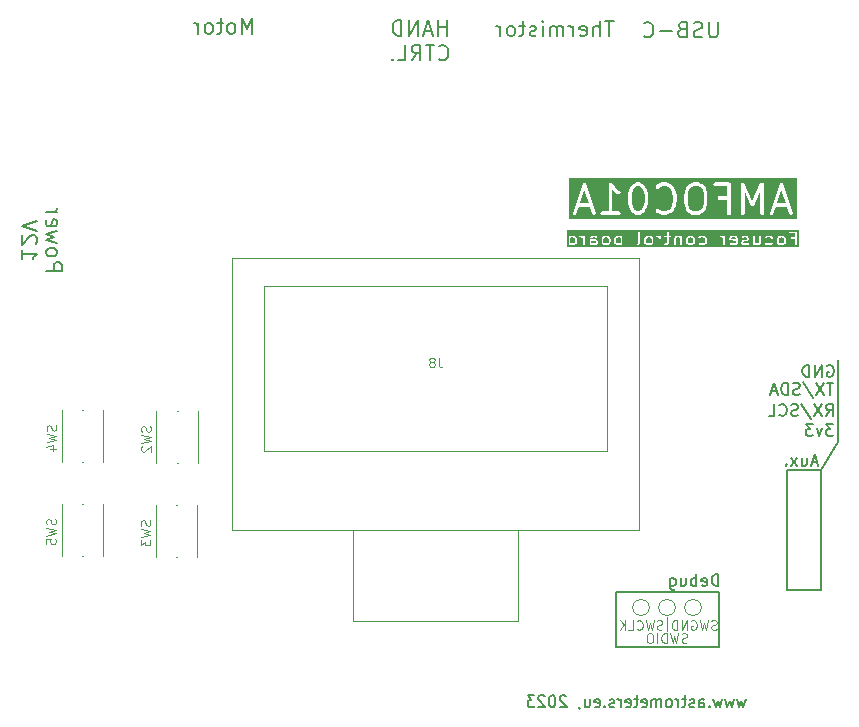
<source format=gbr>
%TF.GenerationSoftware,KiCad,Pcbnew,7.0.7-7.0.7~ubuntu23.04.1*%
%TF.CreationDate,2023-08-19T22:51:39+00:00*%
%TF.ProjectId,AMFOC01,414d464f-4330-4312-9e6b-696361645f70,rev?*%
%TF.SameCoordinates,Original*%
%TF.FileFunction,Legend,Bot*%
%TF.FilePolarity,Positive*%
%FSLAX46Y46*%
G04 Gerber Fmt 4.6, Leading zero omitted, Abs format (unit mm)*
G04 Created by KiCad (PCBNEW 7.0.7-7.0.7~ubuntu23.04.1) date 2023-08-19 22:51:39*
%MOMM*%
%LPD*%
G01*
G04 APERTURE LIST*
%ADD10C,0.080000*%
%ADD11C,0.150000*%
%ADD12C,0.300000*%
%ADD13C,0.100000*%
%ADD14C,0.200000*%
%ADD15C,0.120000*%
G04 APERTURE END LIST*
D10*
X55423800Y-51780000D02*
X55423800Y-52980000D01*
D11*
X51120000Y-49680000D02*
X59820000Y-49680000D01*
X59820000Y-54280000D01*
X51120000Y-54280000D01*
X51120000Y-49680000D01*
X65620000Y-39280000D02*
X68420000Y-39280000D01*
X68420000Y-49480000D01*
X65620000Y-49480000D01*
X65620000Y-39280000D01*
X69920000Y-36980000D02*
X68420000Y-39280000D01*
X69920000Y-29980000D02*
X69920000Y-36980000D01*
D12*
G36*
X53229478Y-15347761D02*
G01*
X53311720Y-15430003D01*
X53410137Y-15626838D01*
X53518332Y-16059614D01*
X53518332Y-16606018D01*
X53410137Y-17038794D01*
X53311720Y-17235629D01*
X53229478Y-17317871D01*
X53049589Y-17407816D01*
X52887075Y-17407816D01*
X52707185Y-17317871D01*
X52624943Y-17235629D01*
X52526526Y-17038795D01*
X52418332Y-16606018D01*
X52418332Y-16059614D01*
X52526526Y-15626837D01*
X52624943Y-15430003D01*
X52707186Y-15347760D01*
X52887075Y-15257816D01*
X53049589Y-15257816D01*
X53229478Y-15347761D01*
G37*
G36*
X58246145Y-15347761D02*
G01*
X58432888Y-15534504D01*
X58534999Y-15942947D01*
X58534999Y-16722685D01*
X58432888Y-17131126D01*
X58246144Y-17317872D01*
X58066256Y-17407816D01*
X57670409Y-17407816D01*
X57490519Y-17317871D01*
X57303776Y-17131128D01*
X57201666Y-16722686D01*
X57201666Y-15942946D01*
X57303776Y-15534504D01*
X57490521Y-15347760D01*
X57670409Y-15257816D01*
X58066256Y-15257816D01*
X58246145Y-15347761D01*
G37*
G36*
X48793552Y-16707816D02*
G01*
X48043113Y-16707816D01*
X48418332Y-15582158D01*
X48793552Y-16707816D01*
G37*
G36*
X65476885Y-16707816D02*
G01*
X64726446Y-16707816D01*
X65101665Y-15582158D01*
X65476885Y-16707816D01*
G37*
G36*
X66415287Y-18057816D02*
G01*
X47104711Y-18057816D01*
X47104711Y-17587888D01*
X47454711Y-17587888D01*
X47489435Y-17657337D01*
X47554232Y-17700118D01*
X47631738Y-17704771D01*
X47701187Y-17670047D01*
X47743968Y-17605250D01*
X47943113Y-17007816D01*
X48893552Y-17007816D01*
X49092697Y-17605251D01*
X49135478Y-17670047D01*
X49204927Y-17704771D01*
X49282433Y-17700119D01*
X49347230Y-17657337D01*
X49381954Y-17587888D01*
X49380149Y-17557816D01*
X49784999Y-17557816D01*
X49805095Y-17632816D01*
X49859999Y-17687720D01*
X49934999Y-17707816D01*
X50634999Y-17707816D01*
X51334999Y-17707816D01*
X51409999Y-17687720D01*
X51464903Y-17632816D01*
X51484999Y-17557816D01*
X51464903Y-17482816D01*
X51409999Y-17427912D01*
X51334999Y-17407816D01*
X50784999Y-17407816D01*
X50784999Y-16624483D01*
X52118332Y-16624483D01*
X52123122Y-16642359D01*
X52122811Y-16660863D01*
X52239478Y-17127530D01*
X52247514Y-17142007D01*
X52250835Y-17158232D01*
X52367501Y-17391565D01*
X52383524Y-17409634D01*
X52395599Y-17430549D01*
X52512266Y-17547216D01*
X52533180Y-17559290D01*
X52551250Y-17575314D01*
X52784583Y-17691980D01*
X52818363Y-17698892D01*
X52851665Y-17707816D01*
X53084999Y-17707816D01*
X53118300Y-17698892D01*
X53152081Y-17691980D01*
X53385414Y-17575314D01*
X53403483Y-17559290D01*
X53424398Y-17547216D01*
X53541065Y-17430549D01*
X53553139Y-17409634D01*
X53569163Y-17391565D01*
X53583292Y-17363306D01*
X54456776Y-17363306D01*
X54495599Y-17430549D01*
X54612266Y-17547216D01*
X54642122Y-17564453D01*
X54670898Y-17583453D01*
X55020898Y-17700119D01*
X55045006Y-17701566D01*
X55068332Y-17707816D01*
X55301665Y-17707816D01*
X55324990Y-17701566D01*
X55349099Y-17700119D01*
X55699099Y-17583453D01*
X55727874Y-17564453D01*
X55757731Y-17547216D01*
X55991065Y-17313882D01*
X56003139Y-17292967D01*
X56019163Y-17274898D01*
X56135829Y-17041565D01*
X56139149Y-17025340D01*
X56147186Y-17010863D01*
X56214615Y-16741150D01*
X56901666Y-16741150D01*
X56906456Y-16759026D01*
X56906145Y-16777530D01*
X57022811Y-17244196D01*
X57023443Y-17245334D01*
X57023443Y-17246639D01*
X57042255Y-17279222D01*
X57060497Y-17312083D01*
X57061614Y-17312753D01*
X57062266Y-17313882D01*
X57295600Y-17547216D01*
X57316514Y-17559290D01*
X57334584Y-17575314D01*
X57567917Y-17691980D01*
X57601697Y-17698892D01*
X57634999Y-17707816D01*
X58101666Y-17707816D01*
X58134967Y-17698892D01*
X58168748Y-17691980D01*
X58402081Y-17575314D01*
X58420150Y-17559290D01*
X58441065Y-17547216D01*
X58674398Y-17313882D01*
X58675049Y-17312753D01*
X58676167Y-17312083D01*
X58694408Y-17279222D01*
X58713221Y-17246639D01*
X58713221Y-17245334D01*
X58713853Y-17244196D01*
X58830520Y-16777531D01*
X58830208Y-16759026D01*
X58834999Y-16741150D01*
X58834999Y-15924483D01*
X58830208Y-15906605D01*
X58830520Y-15888102D01*
X58713853Y-15421436D01*
X58713221Y-15420297D01*
X58713221Y-15418993D01*
X58694408Y-15386409D01*
X58676167Y-15353549D01*
X58675049Y-15352878D01*
X58674398Y-15351750D01*
X58441065Y-15118417D01*
X58422703Y-15107816D01*
X59351666Y-15107816D01*
X59371762Y-15182816D01*
X59426666Y-15237720D01*
X59501666Y-15257816D01*
X60518332Y-15257816D01*
X60518332Y-16124483D01*
X59851666Y-16124483D01*
X59776666Y-16144579D01*
X59721762Y-16199483D01*
X59701666Y-16274483D01*
X59721762Y-16349483D01*
X59776666Y-16404387D01*
X59851666Y-16424483D01*
X60518332Y-16424483D01*
X60518332Y-17557816D01*
X60538428Y-17632816D01*
X60593332Y-17687720D01*
X60668332Y-17707816D01*
X60743332Y-17687720D01*
X60798236Y-17632816D01*
X60818332Y-17557816D01*
X61684999Y-17557816D01*
X61705095Y-17632816D01*
X61759999Y-17687720D01*
X61834999Y-17707816D01*
X61909999Y-17687720D01*
X61964903Y-17632816D01*
X61984999Y-17557816D01*
X61984999Y-15783950D01*
X62515738Y-16921249D01*
X62524247Y-16931383D01*
X62528768Y-16943816D01*
X62548824Y-16960655D01*
X62565666Y-16980714D01*
X62578100Y-16985235D01*
X62588233Y-16993743D01*
X62614023Y-16998298D01*
X62638637Y-17007249D01*
X62651665Y-17004947D01*
X62664695Y-17007249D01*
X62689308Y-16998298D01*
X62715099Y-16993743D01*
X62725231Y-16985235D01*
X62737666Y-16980714D01*
X62754506Y-16960656D01*
X62774564Y-16943816D01*
X62779085Y-16931381D01*
X62787593Y-16921249D01*
X63318332Y-15783950D01*
X63318332Y-17557816D01*
X63338428Y-17632816D01*
X63393332Y-17687720D01*
X63468332Y-17707816D01*
X63543332Y-17687720D01*
X63598236Y-17632816D01*
X63610274Y-17587888D01*
X64138044Y-17587888D01*
X64172768Y-17657337D01*
X64237565Y-17700118D01*
X64315071Y-17704771D01*
X64384520Y-17670047D01*
X64427301Y-17605250D01*
X64626446Y-17007816D01*
X65576885Y-17007816D01*
X65776030Y-17605251D01*
X65818811Y-17670047D01*
X65888260Y-17704771D01*
X65965766Y-17700119D01*
X66030563Y-17657337D01*
X66065287Y-17587888D01*
X66060635Y-17510382D01*
X65243969Y-15060382D01*
X65227370Y-15035243D01*
X65213897Y-15008295D01*
X65206240Y-15003239D01*
X65201187Y-14995586D01*
X65174244Y-14982114D01*
X65149100Y-14965513D01*
X65139942Y-14964963D01*
X65131738Y-14960861D01*
X65101666Y-14962665D01*
X65071594Y-14960861D01*
X65063389Y-14964963D01*
X65054232Y-14965513D01*
X65029093Y-14982111D01*
X65002145Y-14995585D01*
X64997090Y-15003241D01*
X64989436Y-15008295D01*
X64975962Y-15035241D01*
X64959364Y-15060382D01*
X64142697Y-17510382D01*
X64138044Y-17587888D01*
X63610274Y-17587888D01*
X63618332Y-17557816D01*
X63618332Y-15107816D01*
X63616603Y-15101363D01*
X63617765Y-15094786D01*
X63606652Y-15064225D01*
X63598236Y-15032816D01*
X63593512Y-15028092D01*
X63591230Y-15021815D01*
X63566323Y-15000903D01*
X63543332Y-14977912D01*
X63536881Y-14976183D01*
X63531765Y-14971888D01*
X63499734Y-14966230D01*
X63468332Y-14957816D01*
X63461882Y-14959544D01*
X63455303Y-14958382D01*
X63424735Y-14969497D01*
X63393332Y-14977912D01*
X63388609Y-14982634D01*
X63382332Y-14984917D01*
X63361422Y-15009821D01*
X63338428Y-15032816D01*
X63336699Y-15039268D01*
X63332405Y-15044383D01*
X62651665Y-16503110D01*
X61970926Y-15044383D01*
X61966631Y-15039268D01*
X61964903Y-15032816D01*
X61941905Y-15009818D01*
X61920999Y-14984918D01*
X61914722Y-14982635D01*
X61909999Y-14977912D01*
X61878585Y-14969494D01*
X61848028Y-14958383D01*
X61841450Y-14959544D01*
X61834999Y-14957816D01*
X61803585Y-14966233D01*
X61771566Y-14971889D01*
X61766451Y-14976183D01*
X61759999Y-14977912D01*
X61737001Y-15000909D01*
X61712101Y-15021816D01*
X61709818Y-15028092D01*
X61705095Y-15032816D01*
X61696677Y-15064229D01*
X61685566Y-15094787D01*
X61686727Y-15101364D01*
X61684999Y-15107816D01*
X61684999Y-17557816D01*
X60818332Y-17557816D01*
X60818332Y-15107816D01*
X60798236Y-15032816D01*
X60743332Y-14977912D01*
X60668332Y-14957816D01*
X59501666Y-14957816D01*
X59426666Y-14977912D01*
X59371762Y-15032816D01*
X59351666Y-15107816D01*
X58422703Y-15107816D01*
X58420150Y-15106342D01*
X58402081Y-15090319D01*
X58168748Y-14973652D01*
X58134967Y-14966739D01*
X58101666Y-14957816D01*
X57634999Y-14957816D01*
X57601698Y-14966738D01*
X57567916Y-14973652D01*
X57334584Y-15090319D01*
X57316515Y-15106341D01*
X57295600Y-15118417D01*
X57062266Y-15351750D01*
X57061614Y-15352878D01*
X57060497Y-15353549D01*
X57042255Y-15386409D01*
X57023443Y-15418993D01*
X57023443Y-15420297D01*
X57022811Y-15421436D01*
X56906145Y-15888103D01*
X56906456Y-15906606D01*
X56901666Y-15924483D01*
X56901666Y-16741150D01*
X56214615Y-16741150D01*
X56263853Y-16544197D01*
X56263541Y-16525693D01*
X56268332Y-16507816D01*
X56268332Y-16157816D01*
X56263541Y-16139939D01*
X56263853Y-16121435D01*
X56147186Y-15654770D01*
X56139148Y-15640292D01*
X56135829Y-15624069D01*
X56019163Y-15390734D01*
X56003141Y-15372666D01*
X55991065Y-15351749D01*
X55757731Y-15118417D01*
X55727874Y-15101179D01*
X55699099Y-15082180D01*
X55349099Y-14965514D01*
X55324993Y-14964066D01*
X55301665Y-14957816D01*
X55068332Y-14957816D01*
X55045003Y-14964066D01*
X55020897Y-14965514D01*
X54670898Y-15082181D01*
X54642125Y-15101177D01*
X54612266Y-15118417D01*
X54495599Y-15235084D01*
X54456776Y-15302327D01*
X54456776Y-15379973D01*
X54495599Y-15447216D01*
X54562842Y-15486039D01*
X54640488Y-15486039D01*
X54707731Y-15447216D01*
X54799359Y-15355587D01*
X55092675Y-15257816D01*
X55277325Y-15257816D01*
X55570637Y-15355587D01*
X55761720Y-15546669D01*
X55860137Y-15743505D01*
X55968332Y-16176280D01*
X55968332Y-16489351D01*
X55860137Y-16922127D01*
X55761720Y-17118962D01*
X55570638Y-17310044D01*
X55277322Y-17407816D01*
X55092675Y-17407816D01*
X54799358Y-17310044D01*
X54707731Y-17218417D01*
X54640488Y-17179594D01*
X54562842Y-17179594D01*
X54495599Y-17218417D01*
X54456776Y-17285660D01*
X54456776Y-17363306D01*
X53583292Y-17363306D01*
X53685829Y-17158232D01*
X53689149Y-17142007D01*
X53697186Y-17127530D01*
X53813853Y-16660864D01*
X53813541Y-16642360D01*
X53818332Y-16624483D01*
X53818332Y-16041150D01*
X53813541Y-16023272D01*
X53813853Y-16004769D01*
X53697186Y-15538103D01*
X53689149Y-15523625D01*
X53685829Y-15507401D01*
X53569163Y-15274068D01*
X53553139Y-15255998D01*
X53541065Y-15235084D01*
X53424398Y-15118417D01*
X53403483Y-15106342D01*
X53385414Y-15090319D01*
X53152081Y-14973652D01*
X53118300Y-14966739D01*
X53084999Y-14957816D01*
X52851665Y-14957816D01*
X52818364Y-14966738D01*
X52784582Y-14973652D01*
X52551250Y-15090319D01*
X52533181Y-15106341D01*
X52512266Y-15118417D01*
X52395599Y-15235084D01*
X52383524Y-15255998D01*
X52367501Y-15274068D01*
X52250835Y-15507401D01*
X52247514Y-15523625D01*
X52239478Y-15538103D01*
X52122811Y-16004770D01*
X52123122Y-16023273D01*
X52118332Y-16041150D01*
X52118332Y-16624483D01*
X50784999Y-16624483D01*
X50784999Y-15586614D01*
X50995600Y-15797216D01*
X51016514Y-15809290D01*
X51034584Y-15825314D01*
X51267917Y-15941980D01*
X51343986Y-15957547D01*
X51417648Y-15932993D01*
X51469163Y-15874898D01*
X51484730Y-15798829D01*
X51460176Y-15725167D01*
X51402081Y-15673652D01*
X51190519Y-15567871D01*
X50984899Y-15362251D01*
X50759807Y-15024611D01*
X50734148Y-15002061D01*
X50709999Y-14977912D01*
X50705209Y-14976628D01*
X50701483Y-14973354D01*
X50667987Y-14966655D01*
X50634999Y-14957816D01*
X50630208Y-14959099D01*
X50625345Y-14958127D01*
X50592989Y-14969072D01*
X50559999Y-14977912D01*
X50556492Y-14981418D01*
X50551794Y-14983008D01*
X50529244Y-15008666D01*
X50505095Y-15032816D01*
X50503811Y-15037605D01*
X50500537Y-15041332D01*
X50493838Y-15074827D01*
X50484999Y-15107816D01*
X50484999Y-17407816D01*
X49934999Y-17407816D01*
X49859999Y-17427912D01*
X49805095Y-17482816D01*
X49784999Y-17557816D01*
X49380149Y-17557816D01*
X49377302Y-17510382D01*
X48560636Y-15060382D01*
X48544037Y-15035243D01*
X48530564Y-15008295D01*
X48522907Y-15003239D01*
X48517854Y-14995586D01*
X48490911Y-14982114D01*
X48465767Y-14965513D01*
X48456609Y-14964963D01*
X48448405Y-14960861D01*
X48418333Y-14962665D01*
X48388261Y-14960861D01*
X48380056Y-14964963D01*
X48370899Y-14965513D01*
X48345760Y-14982111D01*
X48318812Y-14995585D01*
X48313757Y-15003241D01*
X48306103Y-15008295D01*
X48292629Y-15035241D01*
X48276031Y-15060382D01*
X47459364Y-17510382D01*
X47454711Y-17587888D01*
X47104711Y-17587888D01*
X47104711Y-14607816D01*
X66415287Y-14607816D01*
X66415287Y-18057816D01*
G37*
D11*
X69510475Y-31934819D02*
X68939047Y-31934819D01*
X69224761Y-32934819D02*
X69224761Y-31934819D01*
X68700951Y-31934819D02*
X68034285Y-32934819D01*
X68034285Y-31934819D02*
X68700951Y-32934819D01*
X66939047Y-31887200D02*
X67796189Y-33172914D01*
X66653332Y-32887200D02*
X66510475Y-32934819D01*
X66510475Y-32934819D02*
X66272380Y-32934819D01*
X66272380Y-32934819D02*
X66177142Y-32887200D01*
X66177142Y-32887200D02*
X66129523Y-32839580D01*
X66129523Y-32839580D02*
X66081904Y-32744342D01*
X66081904Y-32744342D02*
X66081904Y-32649104D01*
X66081904Y-32649104D02*
X66129523Y-32553866D01*
X66129523Y-32553866D02*
X66177142Y-32506247D01*
X66177142Y-32506247D02*
X66272380Y-32458628D01*
X66272380Y-32458628D02*
X66462856Y-32411009D01*
X66462856Y-32411009D02*
X66558094Y-32363390D01*
X66558094Y-32363390D02*
X66605713Y-32315771D01*
X66605713Y-32315771D02*
X66653332Y-32220533D01*
X66653332Y-32220533D02*
X66653332Y-32125295D01*
X66653332Y-32125295D02*
X66605713Y-32030057D01*
X66605713Y-32030057D02*
X66558094Y-31982438D01*
X66558094Y-31982438D02*
X66462856Y-31934819D01*
X66462856Y-31934819D02*
X66224761Y-31934819D01*
X66224761Y-31934819D02*
X66081904Y-31982438D01*
X65653332Y-32934819D02*
X65653332Y-31934819D01*
X65653332Y-31934819D02*
X65415237Y-31934819D01*
X65415237Y-31934819D02*
X65272380Y-31982438D01*
X65272380Y-31982438D02*
X65177142Y-32077676D01*
X65177142Y-32077676D02*
X65129523Y-32172914D01*
X65129523Y-32172914D02*
X65081904Y-32363390D01*
X65081904Y-32363390D02*
X65081904Y-32506247D01*
X65081904Y-32506247D02*
X65129523Y-32696723D01*
X65129523Y-32696723D02*
X65177142Y-32791961D01*
X65177142Y-32791961D02*
X65272380Y-32887200D01*
X65272380Y-32887200D02*
X65415237Y-32934819D01*
X65415237Y-32934819D02*
X65653332Y-32934819D01*
X64700951Y-32649104D02*
X64224761Y-32649104D01*
X64796189Y-32934819D02*
X64462856Y-31934819D01*
X64462856Y-31934819D02*
X64129523Y-32934819D01*
X68981904Y-30482438D02*
X69077142Y-30434819D01*
X69077142Y-30434819D02*
X69219999Y-30434819D01*
X69219999Y-30434819D02*
X69362856Y-30482438D01*
X69362856Y-30482438D02*
X69458094Y-30577676D01*
X69458094Y-30577676D02*
X69505713Y-30672914D01*
X69505713Y-30672914D02*
X69553332Y-30863390D01*
X69553332Y-30863390D02*
X69553332Y-31006247D01*
X69553332Y-31006247D02*
X69505713Y-31196723D01*
X69505713Y-31196723D02*
X69458094Y-31291961D01*
X69458094Y-31291961D02*
X69362856Y-31387200D01*
X69362856Y-31387200D02*
X69219999Y-31434819D01*
X69219999Y-31434819D02*
X69124761Y-31434819D01*
X69124761Y-31434819D02*
X68981904Y-31387200D01*
X68981904Y-31387200D02*
X68934285Y-31339580D01*
X68934285Y-31339580D02*
X68934285Y-31006247D01*
X68934285Y-31006247D02*
X69124761Y-31006247D01*
X68505713Y-31434819D02*
X68505713Y-30434819D01*
X68505713Y-30434819D02*
X67934285Y-31434819D01*
X67934285Y-31434819D02*
X67934285Y-30434819D01*
X67458094Y-31434819D02*
X67458094Y-30434819D01*
X67458094Y-30434819D02*
X67219999Y-30434819D01*
X67219999Y-30434819D02*
X67077142Y-30482438D01*
X67077142Y-30482438D02*
X66981904Y-30577676D01*
X66981904Y-30577676D02*
X66934285Y-30672914D01*
X66934285Y-30672914D02*
X66886666Y-30863390D01*
X66886666Y-30863390D02*
X66886666Y-31006247D01*
X66886666Y-31006247D02*
X66934285Y-31196723D01*
X66934285Y-31196723D02*
X66981904Y-31291961D01*
X66981904Y-31291961D02*
X67077142Y-31387200D01*
X67077142Y-31387200D02*
X67219999Y-31434819D01*
X67219999Y-31434819D02*
X67458094Y-31434819D01*
D13*
X55029524Y-52806800D02*
X54915238Y-52844895D01*
X54915238Y-52844895D02*
X54724762Y-52844895D01*
X54724762Y-52844895D02*
X54648571Y-52806800D01*
X54648571Y-52806800D02*
X54610476Y-52768704D01*
X54610476Y-52768704D02*
X54572381Y-52692514D01*
X54572381Y-52692514D02*
X54572381Y-52616323D01*
X54572381Y-52616323D02*
X54610476Y-52540133D01*
X54610476Y-52540133D02*
X54648571Y-52502038D01*
X54648571Y-52502038D02*
X54724762Y-52463942D01*
X54724762Y-52463942D02*
X54877143Y-52425847D01*
X54877143Y-52425847D02*
X54953333Y-52387752D01*
X54953333Y-52387752D02*
X54991428Y-52349657D01*
X54991428Y-52349657D02*
X55029524Y-52273466D01*
X55029524Y-52273466D02*
X55029524Y-52197276D01*
X55029524Y-52197276D02*
X54991428Y-52121085D01*
X54991428Y-52121085D02*
X54953333Y-52082990D01*
X54953333Y-52082990D02*
X54877143Y-52044895D01*
X54877143Y-52044895D02*
X54686666Y-52044895D01*
X54686666Y-52044895D02*
X54572381Y-52082990D01*
X54305714Y-52044895D02*
X54115238Y-52844895D01*
X54115238Y-52844895D02*
X53962857Y-52273466D01*
X53962857Y-52273466D02*
X53810476Y-52844895D01*
X53810476Y-52844895D02*
X53620000Y-52044895D01*
X52858094Y-52768704D02*
X52896190Y-52806800D01*
X52896190Y-52806800D02*
X53010475Y-52844895D01*
X53010475Y-52844895D02*
X53086666Y-52844895D01*
X53086666Y-52844895D02*
X53200952Y-52806800D01*
X53200952Y-52806800D02*
X53277142Y-52730609D01*
X53277142Y-52730609D02*
X53315237Y-52654419D01*
X53315237Y-52654419D02*
X53353333Y-52502038D01*
X53353333Y-52502038D02*
X53353333Y-52387752D01*
X53353333Y-52387752D02*
X53315237Y-52235371D01*
X53315237Y-52235371D02*
X53277142Y-52159180D01*
X53277142Y-52159180D02*
X53200952Y-52082990D01*
X53200952Y-52082990D02*
X53086666Y-52044895D01*
X53086666Y-52044895D02*
X53010475Y-52044895D01*
X53010475Y-52044895D02*
X52896190Y-52082990D01*
X52896190Y-52082990D02*
X52858094Y-52121085D01*
X52134285Y-52844895D02*
X52515237Y-52844895D01*
X52515237Y-52844895D02*
X52515237Y-52044895D01*
X51867618Y-52844895D02*
X51867618Y-52044895D01*
X51410475Y-52844895D02*
X51753333Y-52387752D01*
X51410475Y-52044895D02*
X51867618Y-52502038D01*
D14*
X20303332Y-2371004D02*
X20303332Y-1071004D01*
X20303332Y-1071004D02*
X19869998Y-1999576D01*
X19869998Y-1999576D02*
X19436665Y-1071004D01*
X19436665Y-1071004D02*
X19436665Y-2371004D01*
X18631903Y-2371004D02*
X18755713Y-2309100D01*
X18755713Y-2309100D02*
X18817618Y-2247195D01*
X18817618Y-2247195D02*
X18879522Y-2123385D01*
X18879522Y-2123385D02*
X18879522Y-1751957D01*
X18879522Y-1751957D02*
X18817618Y-1628147D01*
X18817618Y-1628147D02*
X18755713Y-1566242D01*
X18755713Y-1566242D02*
X18631903Y-1504338D01*
X18631903Y-1504338D02*
X18446189Y-1504338D01*
X18446189Y-1504338D02*
X18322380Y-1566242D01*
X18322380Y-1566242D02*
X18260475Y-1628147D01*
X18260475Y-1628147D02*
X18198570Y-1751957D01*
X18198570Y-1751957D02*
X18198570Y-2123385D01*
X18198570Y-2123385D02*
X18260475Y-2247195D01*
X18260475Y-2247195D02*
X18322380Y-2309100D01*
X18322380Y-2309100D02*
X18446189Y-2371004D01*
X18446189Y-2371004D02*
X18631903Y-2371004D01*
X17827142Y-1504338D02*
X17331904Y-1504338D01*
X17641428Y-1071004D02*
X17641428Y-2185290D01*
X17641428Y-2185290D02*
X17579523Y-2309100D01*
X17579523Y-2309100D02*
X17455713Y-2371004D01*
X17455713Y-2371004D02*
X17331904Y-2371004D01*
X16712856Y-2371004D02*
X16836666Y-2309100D01*
X16836666Y-2309100D02*
X16898571Y-2247195D01*
X16898571Y-2247195D02*
X16960475Y-2123385D01*
X16960475Y-2123385D02*
X16960475Y-1751957D01*
X16960475Y-1751957D02*
X16898571Y-1628147D01*
X16898571Y-1628147D02*
X16836666Y-1566242D01*
X16836666Y-1566242D02*
X16712856Y-1504338D01*
X16712856Y-1504338D02*
X16527142Y-1504338D01*
X16527142Y-1504338D02*
X16403333Y-1566242D01*
X16403333Y-1566242D02*
X16341428Y-1628147D01*
X16341428Y-1628147D02*
X16279523Y-1751957D01*
X16279523Y-1751957D02*
X16279523Y-2123385D01*
X16279523Y-2123385D02*
X16341428Y-2247195D01*
X16341428Y-2247195D02*
X16403333Y-2309100D01*
X16403333Y-2309100D02*
X16527142Y-2371004D01*
X16527142Y-2371004D02*
X16712856Y-2371004D01*
X15722381Y-2371004D02*
X15722381Y-1504338D01*
X15722381Y-1751957D02*
X15660476Y-1628147D01*
X15660476Y-1628147D02*
X15598571Y-1566242D01*
X15598571Y-1566242D02*
X15474762Y-1504338D01*
X15474762Y-1504338D02*
X15350952Y-1504338D01*
D11*
X68891428Y-34734819D02*
X69224761Y-34258628D01*
X69462856Y-34734819D02*
X69462856Y-33734819D01*
X69462856Y-33734819D02*
X69081904Y-33734819D01*
X69081904Y-33734819D02*
X68986666Y-33782438D01*
X68986666Y-33782438D02*
X68939047Y-33830057D01*
X68939047Y-33830057D02*
X68891428Y-33925295D01*
X68891428Y-33925295D02*
X68891428Y-34068152D01*
X68891428Y-34068152D02*
X68939047Y-34163390D01*
X68939047Y-34163390D02*
X68986666Y-34211009D01*
X68986666Y-34211009D02*
X69081904Y-34258628D01*
X69081904Y-34258628D02*
X69462856Y-34258628D01*
X68558094Y-33734819D02*
X67891428Y-34734819D01*
X67891428Y-33734819D02*
X68558094Y-34734819D01*
X66796190Y-33687200D02*
X67653332Y-34972914D01*
X66510475Y-34687200D02*
X66367618Y-34734819D01*
X66367618Y-34734819D02*
X66129523Y-34734819D01*
X66129523Y-34734819D02*
X66034285Y-34687200D01*
X66034285Y-34687200D02*
X65986666Y-34639580D01*
X65986666Y-34639580D02*
X65939047Y-34544342D01*
X65939047Y-34544342D02*
X65939047Y-34449104D01*
X65939047Y-34449104D02*
X65986666Y-34353866D01*
X65986666Y-34353866D02*
X66034285Y-34306247D01*
X66034285Y-34306247D02*
X66129523Y-34258628D01*
X66129523Y-34258628D02*
X66319999Y-34211009D01*
X66319999Y-34211009D02*
X66415237Y-34163390D01*
X66415237Y-34163390D02*
X66462856Y-34115771D01*
X66462856Y-34115771D02*
X66510475Y-34020533D01*
X66510475Y-34020533D02*
X66510475Y-33925295D01*
X66510475Y-33925295D02*
X66462856Y-33830057D01*
X66462856Y-33830057D02*
X66415237Y-33782438D01*
X66415237Y-33782438D02*
X66319999Y-33734819D01*
X66319999Y-33734819D02*
X66081904Y-33734819D01*
X66081904Y-33734819D02*
X65939047Y-33782438D01*
X64939047Y-34639580D02*
X64986666Y-34687200D01*
X64986666Y-34687200D02*
X65129523Y-34734819D01*
X65129523Y-34734819D02*
X65224761Y-34734819D01*
X65224761Y-34734819D02*
X65367618Y-34687200D01*
X65367618Y-34687200D02*
X65462856Y-34591961D01*
X65462856Y-34591961D02*
X65510475Y-34496723D01*
X65510475Y-34496723D02*
X65558094Y-34306247D01*
X65558094Y-34306247D02*
X65558094Y-34163390D01*
X65558094Y-34163390D02*
X65510475Y-33972914D01*
X65510475Y-33972914D02*
X65462856Y-33877676D01*
X65462856Y-33877676D02*
X65367618Y-33782438D01*
X65367618Y-33782438D02*
X65224761Y-33734819D01*
X65224761Y-33734819D02*
X65129523Y-33734819D01*
X65129523Y-33734819D02*
X64986666Y-33782438D01*
X64986666Y-33782438D02*
X64939047Y-33830057D01*
X64034285Y-34734819D02*
X64510475Y-34734819D01*
X64510475Y-34734819D02*
X64510475Y-33734819D01*
D13*
X59624762Y-52806800D02*
X59510476Y-52844895D01*
X59510476Y-52844895D02*
X59320000Y-52844895D01*
X59320000Y-52844895D02*
X59243809Y-52806800D01*
X59243809Y-52806800D02*
X59205714Y-52768704D01*
X59205714Y-52768704D02*
X59167619Y-52692514D01*
X59167619Y-52692514D02*
X59167619Y-52616323D01*
X59167619Y-52616323D02*
X59205714Y-52540133D01*
X59205714Y-52540133D02*
X59243809Y-52502038D01*
X59243809Y-52502038D02*
X59320000Y-52463942D01*
X59320000Y-52463942D02*
X59472381Y-52425847D01*
X59472381Y-52425847D02*
X59548571Y-52387752D01*
X59548571Y-52387752D02*
X59586666Y-52349657D01*
X59586666Y-52349657D02*
X59624762Y-52273466D01*
X59624762Y-52273466D02*
X59624762Y-52197276D01*
X59624762Y-52197276D02*
X59586666Y-52121085D01*
X59586666Y-52121085D02*
X59548571Y-52082990D01*
X59548571Y-52082990D02*
X59472381Y-52044895D01*
X59472381Y-52044895D02*
X59281904Y-52044895D01*
X59281904Y-52044895D02*
X59167619Y-52082990D01*
X58900952Y-52044895D02*
X58710476Y-52844895D01*
X58710476Y-52844895D02*
X58558095Y-52273466D01*
X58558095Y-52273466D02*
X58405714Y-52844895D01*
X58405714Y-52844895D02*
X58215238Y-52044895D01*
X57491428Y-52082990D02*
X57567618Y-52044895D01*
X57567618Y-52044895D02*
X57681904Y-52044895D01*
X57681904Y-52044895D02*
X57796190Y-52082990D01*
X57796190Y-52082990D02*
X57872380Y-52159180D01*
X57872380Y-52159180D02*
X57910475Y-52235371D01*
X57910475Y-52235371D02*
X57948571Y-52387752D01*
X57948571Y-52387752D02*
X57948571Y-52502038D01*
X57948571Y-52502038D02*
X57910475Y-52654419D01*
X57910475Y-52654419D02*
X57872380Y-52730609D01*
X57872380Y-52730609D02*
X57796190Y-52806800D01*
X57796190Y-52806800D02*
X57681904Y-52844895D01*
X57681904Y-52844895D02*
X57605713Y-52844895D01*
X57605713Y-52844895D02*
X57491428Y-52806800D01*
X57491428Y-52806800D02*
X57453332Y-52768704D01*
X57453332Y-52768704D02*
X57453332Y-52502038D01*
X57453332Y-52502038D02*
X57605713Y-52502038D01*
X57110475Y-52844895D02*
X57110475Y-52044895D01*
X57110475Y-52044895D02*
X56653332Y-52844895D01*
X56653332Y-52844895D02*
X56653332Y-52044895D01*
X56272380Y-52844895D02*
X56272380Y-52044895D01*
X56272380Y-52044895D02*
X56081904Y-52044895D01*
X56081904Y-52044895D02*
X55967618Y-52082990D01*
X55967618Y-52082990D02*
X55891428Y-52159180D01*
X55891428Y-52159180D02*
X55853333Y-52235371D01*
X55853333Y-52235371D02*
X55815237Y-52387752D01*
X55815237Y-52387752D02*
X55815237Y-52502038D01*
X55815237Y-52502038D02*
X55853333Y-52654419D01*
X55853333Y-52654419D02*
X55891428Y-52730609D01*
X55891428Y-52730609D02*
X55967618Y-52806800D01*
X55967618Y-52806800D02*
X56081904Y-52844895D01*
X56081904Y-52844895D02*
X56272380Y-52844895D01*
D11*
X68153332Y-38649104D02*
X67677142Y-38649104D01*
X68248570Y-38934819D02*
X67915237Y-37934819D01*
X67915237Y-37934819D02*
X67581904Y-38934819D01*
X66819999Y-38268152D02*
X66819999Y-38934819D01*
X67248570Y-38268152D02*
X67248570Y-38791961D01*
X67248570Y-38791961D02*
X67200951Y-38887200D01*
X67200951Y-38887200D02*
X67105713Y-38934819D01*
X67105713Y-38934819D02*
X66962856Y-38934819D01*
X66962856Y-38934819D02*
X66867618Y-38887200D01*
X66867618Y-38887200D02*
X66819999Y-38839580D01*
X66439046Y-38934819D02*
X65915237Y-38268152D01*
X66439046Y-38268152D02*
X65915237Y-38934819D01*
X65534284Y-38839580D02*
X65486665Y-38887200D01*
X65486665Y-38887200D02*
X65534284Y-38934819D01*
X65534284Y-38934819D02*
X65581903Y-38887200D01*
X65581903Y-38887200D02*
X65534284Y-38839580D01*
X65534284Y-38839580D02*
X65534284Y-38934819D01*
X62071191Y-58718152D02*
X61890239Y-59384819D01*
X61890239Y-59384819D02*
X61709286Y-58908628D01*
X61709286Y-58908628D02*
X61528334Y-59384819D01*
X61528334Y-59384819D02*
X61347382Y-58718152D01*
X61075953Y-58718152D02*
X60895001Y-59384819D01*
X60895001Y-59384819D02*
X60714048Y-58908628D01*
X60714048Y-58908628D02*
X60533096Y-59384819D01*
X60533096Y-59384819D02*
X60352144Y-58718152D01*
X60080715Y-58718152D02*
X59899763Y-59384819D01*
X59899763Y-59384819D02*
X59718810Y-58908628D01*
X59718810Y-58908628D02*
X59537858Y-59384819D01*
X59537858Y-59384819D02*
X59356906Y-58718152D01*
X58995001Y-59289580D02*
X58949763Y-59337200D01*
X58949763Y-59337200D02*
X58995001Y-59384819D01*
X58995001Y-59384819D02*
X59040239Y-59337200D01*
X59040239Y-59337200D02*
X58995001Y-59289580D01*
X58995001Y-59289580D02*
X58995001Y-59384819D01*
X58135477Y-59384819D02*
X58135477Y-58861009D01*
X58135477Y-58861009D02*
X58180715Y-58765771D01*
X58180715Y-58765771D02*
X58271191Y-58718152D01*
X58271191Y-58718152D02*
X58452144Y-58718152D01*
X58452144Y-58718152D02*
X58542620Y-58765771D01*
X58135477Y-59337200D02*
X58225953Y-59384819D01*
X58225953Y-59384819D02*
X58452144Y-59384819D01*
X58452144Y-59384819D02*
X58542620Y-59337200D01*
X58542620Y-59337200D02*
X58587858Y-59241961D01*
X58587858Y-59241961D02*
X58587858Y-59146723D01*
X58587858Y-59146723D02*
X58542620Y-59051485D01*
X58542620Y-59051485D02*
X58452144Y-59003866D01*
X58452144Y-59003866D02*
X58225953Y-59003866D01*
X58225953Y-59003866D02*
X58135477Y-58956247D01*
X57728334Y-59337200D02*
X57637858Y-59384819D01*
X57637858Y-59384819D02*
X57456906Y-59384819D01*
X57456906Y-59384819D02*
X57366429Y-59337200D01*
X57366429Y-59337200D02*
X57321191Y-59241961D01*
X57321191Y-59241961D02*
X57321191Y-59194342D01*
X57321191Y-59194342D02*
X57366429Y-59099104D01*
X57366429Y-59099104D02*
X57456906Y-59051485D01*
X57456906Y-59051485D02*
X57592620Y-59051485D01*
X57592620Y-59051485D02*
X57683096Y-59003866D01*
X57683096Y-59003866D02*
X57728334Y-58908628D01*
X57728334Y-58908628D02*
X57728334Y-58861009D01*
X57728334Y-58861009D02*
X57683096Y-58765771D01*
X57683096Y-58765771D02*
X57592620Y-58718152D01*
X57592620Y-58718152D02*
X57456906Y-58718152D01*
X57456906Y-58718152D02*
X57366429Y-58765771D01*
X57049762Y-58718152D02*
X56687858Y-58718152D01*
X56914048Y-58384819D02*
X56914048Y-59241961D01*
X56914048Y-59241961D02*
X56868810Y-59337200D01*
X56868810Y-59337200D02*
X56778334Y-59384819D01*
X56778334Y-59384819D02*
X56687858Y-59384819D01*
X56371191Y-59384819D02*
X56371191Y-58718152D01*
X56371191Y-58908628D02*
X56325953Y-58813390D01*
X56325953Y-58813390D02*
X56280715Y-58765771D01*
X56280715Y-58765771D02*
X56190239Y-58718152D01*
X56190239Y-58718152D02*
X56099762Y-58718152D01*
X55647382Y-59384819D02*
X55737858Y-59337200D01*
X55737858Y-59337200D02*
X55783096Y-59289580D01*
X55783096Y-59289580D02*
X55828334Y-59194342D01*
X55828334Y-59194342D02*
X55828334Y-58908628D01*
X55828334Y-58908628D02*
X55783096Y-58813390D01*
X55783096Y-58813390D02*
X55737858Y-58765771D01*
X55737858Y-58765771D02*
X55647382Y-58718152D01*
X55647382Y-58718152D02*
X55511667Y-58718152D01*
X55511667Y-58718152D02*
X55421191Y-58765771D01*
X55421191Y-58765771D02*
X55375953Y-58813390D01*
X55375953Y-58813390D02*
X55330715Y-58908628D01*
X55330715Y-58908628D02*
X55330715Y-59194342D01*
X55330715Y-59194342D02*
X55375953Y-59289580D01*
X55375953Y-59289580D02*
X55421191Y-59337200D01*
X55421191Y-59337200D02*
X55511667Y-59384819D01*
X55511667Y-59384819D02*
X55647382Y-59384819D01*
X54923572Y-59384819D02*
X54923572Y-58718152D01*
X54923572Y-58813390D02*
X54878334Y-58765771D01*
X54878334Y-58765771D02*
X54787858Y-58718152D01*
X54787858Y-58718152D02*
X54652143Y-58718152D01*
X54652143Y-58718152D02*
X54561667Y-58765771D01*
X54561667Y-58765771D02*
X54516429Y-58861009D01*
X54516429Y-58861009D02*
X54516429Y-59384819D01*
X54516429Y-58861009D02*
X54471191Y-58765771D01*
X54471191Y-58765771D02*
X54380715Y-58718152D01*
X54380715Y-58718152D02*
X54245001Y-58718152D01*
X54245001Y-58718152D02*
X54154524Y-58765771D01*
X54154524Y-58765771D02*
X54109286Y-58861009D01*
X54109286Y-58861009D02*
X54109286Y-59384819D01*
X53295000Y-59337200D02*
X53385476Y-59384819D01*
X53385476Y-59384819D02*
X53566429Y-59384819D01*
X53566429Y-59384819D02*
X53656905Y-59337200D01*
X53656905Y-59337200D02*
X53702143Y-59241961D01*
X53702143Y-59241961D02*
X53702143Y-58861009D01*
X53702143Y-58861009D02*
X53656905Y-58765771D01*
X53656905Y-58765771D02*
X53566429Y-58718152D01*
X53566429Y-58718152D02*
X53385476Y-58718152D01*
X53385476Y-58718152D02*
X53295000Y-58765771D01*
X53295000Y-58765771D02*
X53249762Y-58861009D01*
X53249762Y-58861009D02*
X53249762Y-58956247D01*
X53249762Y-58956247D02*
X53702143Y-59051485D01*
X52978333Y-58718152D02*
X52616429Y-58718152D01*
X52842619Y-58384819D02*
X52842619Y-59241961D01*
X52842619Y-59241961D02*
X52797381Y-59337200D01*
X52797381Y-59337200D02*
X52706905Y-59384819D01*
X52706905Y-59384819D02*
X52616429Y-59384819D01*
X51937857Y-59337200D02*
X52028333Y-59384819D01*
X52028333Y-59384819D02*
X52209286Y-59384819D01*
X52209286Y-59384819D02*
X52299762Y-59337200D01*
X52299762Y-59337200D02*
X52345000Y-59241961D01*
X52345000Y-59241961D02*
X52345000Y-58861009D01*
X52345000Y-58861009D02*
X52299762Y-58765771D01*
X52299762Y-58765771D02*
X52209286Y-58718152D01*
X52209286Y-58718152D02*
X52028333Y-58718152D01*
X52028333Y-58718152D02*
X51937857Y-58765771D01*
X51937857Y-58765771D02*
X51892619Y-58861009D01*
X51892619Y-58861009D02*
X51892619Y-58956247D01*
X51892619Y-58956247D02*
X52345000Y-59051485D01*
X51485476Y-59384819D02*
X51485476Y-58718152D01*
X51485476Y-58908628D02*
X51440238Y-58813390D01*
X51440238Y-58813390D02*
X51395000Y-58765771D01*
X51395000Y-58765771D02*
X51304524Y-58718152D01*
X51304524Y-58718152D02*
X51214047Y-58718152D01*
X50942619Y-59337200D02*
X50852143Y-59384819D01*
X50852143Y-59384819D02*
X50671191Y-59384819D01*
X50671191Y-59384819D02*
X50580714Y-59337200D01*
X50580714Y-59337200D02*
X50535476Y-59241961D01*
X50535476Y-59241961D02*
X50535476Y-59194342D01*
X50535476Y-59194342D02*
X50580714Y-59099104D01*
X50580714Y-59099104D02*
X50671191Y-59051485D01*
X50671191Y-59051485D02*
X50806905Y-59051485D01*
X50806905Y-59051485D02*
X50897381Y-59003866D01*
X50897381Y-59003866D02*
X50942619Y-58908628D01*
X50942619Y-58908628D02*
X50942619Y-58861009D01*
X50942619Y-58861009D02*
X50897381Y-58765771D01*
X50897381Y-58765771D02*
X50806905Y-58718152D01*
X50806905Y-58718152D02*
X50671191Y-58718152D01*
X50671191Y-58718152D02*
X50580714Y-58765771D01*
X50128333Y-59289580D02*
X50083095Y-59337200D01*
X50083095Y-59337200D02*
X50128333Y-59384819D01*
X50128333Y-59384819D02*
X50173571Y-59337200D01*
X50173571Y-59337200D02*
X50128333Y-59289580D01*
X50128333Y-59289580D02*
X50128333Y-59384819D01*
X49314047Y-59337200D02*
X49404523Y-59384819D01*
X49404523Y-59384819D02*
X49585476Y-59384819D01*
X49585476Y-59384819D02*
X49675952Y-59337200D01*
X49675952Y-59337200D02*
X49721190Y-59241961D01*
X49721190Y-59241961D02*
X49721190Y-58861009D01*
X49721190Y-58861009D02*
X49675952Y-58765771D01*
X49675952Y-58765771D02*
X49585476Y-58718152D01*
X49585476Y-58718152D02*
X49404523Y-58718152D01*
X49404523Y-58718152D02*
X49314047Y-58765771D01*
X49314047Y-58765771D02*
X49268809Y-58861009D01*
X49268809Y-58861009D02*
X49268809Y-58956247D01*
X49268809Y-58956247D02*
X49721190Y-59051485D01*
X48454523Y-58718152D02*
X48454523Y-59384819D01*
X48861666Y-58718152D02*
X48861666Y-59241961D01*
X48861666Y-59241961D02*
X48816428Y-59337200D01*
X48816428Y-59337200D02*
X48725952Y-59384819D01*
X48725952Y-59384819D02*
X48590237Y-59384819D01*
X48590237Y-59384819D02*
X48499761Y-59337200D01*
X48499761Y-59337200D02*
X48454523Y-59289580D01*
X47956904Y-59337200D02*
X47956904Y-59384819D01*
X47956904Y-59384819D02*
X48002142Y-59480057D01*
X48002142Y-59480057D02*
X48047380Y-59527676D01*
X46871189Y-58480057D02*
X46825951Y-58432438D01*
X46825951Y-58432438D02*
X46735475Y-58384819D01*
X46735475Y-58384819D02*
X46509284Y-58384819D01*
X46509284Y-58384819D02*
X46418808Y-58432438D01*
X46418808Y-58432438D02*
X46373570Y-58480057D01*
X46373570Y-58480057D02*
X46328332Y-58575295D01*
X46328332Y-58575295D02*
X46328332Y-58670533D01*
X46328332Y-58670533D02*
X46373570Y-58813390D01*
X46373570Y-58813390D02*
X46916427Y-59384819D01*
X46916427Y-59384819D02*
X46328332Y-59384819D01*
X45740237Y-58384819D02*
X45649760Y-58384819D01*
X45649760Y-58384819D02*
X45559284Y-58432438D01*
X45559284Y-58432438D02*
X45514046Y-58480057D01*
X45514046Y-58480057D02*
X45468808Y-58575295D01*
X45468808Y-58575295D02*
X45423570Y-58765771D01*
X45423570Y-58765771D02*
X45423570Y-59003866D01*
X45423570Y-59003866D02*
X45468808Y-59194342D01*
X45468808Y-59194342D02*
X45514046Y-59289580D01*
X45514046Y-59289580D02*
X45559284Y-59337200D01*
X45559284Y-59337200D02*
X45649760Y-59384819D01*
X45649760Y-59384819D02*
X45740237Y-59384819D01*
X45740237Y-59384819D02*
X45830713Y-59337200D01*
X45830713Y-59337200D02*
X45875951Y-59289580D01*
X45875951Y-59289580D02*
X45921189Y-59194342D01*
X45921189Y-59194342D02*
X45966427Y-59003866D01*
X45966427Y-59003866D02*
X45966427Y-58765771D01*
X45966427Y-58765771D02*
X45921189Y-58575295D01*
X45921189Y-58575295D02*
X45875951Y-58480057D01*
X45875951Y-58480057D02*
X45830713Y-58432438D01*
X45830713Y-58432438D02*
X45740237Y-58384819D01*
X45061665Y-58480057D02*
X45016427Y-58432438D01*
X45016427Y-58432438D02*
X44925951Y-58384819D01*
X44925951Y-58384819D02*
X44699760Y-58384819D01*
X44699760Y-58384819D02*
X44609284Y-58432438D01*
X44609284Y-58432438D02*
X44564046Y-58480057D01*
X44564046Y-58480057D02*
X44518808Y-58575295D01*
X44518808Y-58575295D02*
X44518808Y-58670533D01*
X44518808Y-58670533D02*
X44564046Y-58813390D01*
X44564046Y-58813390D02*
X45106903Y-59384819D01*
X45106903Y-59384819D02*
X44518808Y-59384819D01*
X44202141Y-58384819D02*
X43614046Y-58384819D01*
X43614046Y-58384819D02*
X43930713Y-58765771D01*
X43930713Y-58765771D02*
X43794998Y-58765771D01*
X43794998Y-58765771D02*
X43704522Y-58813390D01*
X43704522Y-58813390D02*
X43659284Y-58861009D01*
X43659284Y-58861009D02*
X43614046Y-58956247D01*
X43614046Y-58956247D02*
X43614046Y-59194342D01*
X43614046Y-59194342D02*
X43659284Y-59289580D01*
X43659284Y-59289580D02*
X43704522Y-59337200D01*
X43704522Y-59337200D02*
X43794998Y-59384819D01*
X43794998Y-59384819D02*
X44066427Y-59384819D01*
X44066427Y-59384819D02*
X44156903Y-59337200D01*
X44156903Y-59337200D02*
X44202141Y-59289580D01*
G36*
X47567270Y-19650259D02*
G01*
X47604739Y-19682229D01*
X47643857Y-19748982D01*
X47643857Y-19993987D01*
X47604739Y-20060740D01*
X47567269Y-20092711D01*
X47480288Y-20129819D01*
X47287712Y-20129819D01*
X47235762Y-20107656D01*
X47235762Y-19635314D01*
X47287712Y-19613152D01*
X47480288Y-19613152D01*
X47567270Y-19650259D01*
G37*
G36*
X49028856Y-19892850D02*
G01*
X49030992Y-19892965D01*
X49032634Y-19894343D01*
X49058286Y-19898866D01*
X49322003Y-19898866D01*
X49396757Y-19930757D01*
X49429762Y-19987077D01*
X49429762Y-20041604D01*
X49396757Y-20097928D01*
X49322003Y-20129819D01*
X49073617Y-20129819D01*
X49021667Y-20107656D01*
X49021667Y-19889783D01*
X49028856Y-19892850D01*
G37*
G36*
X50413556Y-19650259D02*
G01*
X50451025Y-19682229D01*
X50490143Y-19748982D01*
X50490143Y-19993987D01*
X50451025Y-20060740D01*
X50413555Y-20092711D01*
X50326574Y-20129819D01*
X50189808Y-20129819D01*
X50102823Y-20092709D01*
X50065356Y-20060741D01*
X50026239Y-19993986D01*
X50026239Y-19748983D01*
X50065356Y-19682229D01*
X50102823Y-19650261D01*
X50189808Y-19613152D01*
X50326574Y-19613152D01*
X50413556Y-19650259D01*
G37*
G36*
X51494715Y-19635314D02*
G01*
X51494715Y-20107656D01*
X51442765Y-20129819D01*
X51250189Y-20129819D01*
X51163204Y-20092709D01*
X51125737Y-20060741D01*
X51086620Y-19993986D01*
X51086620Y-19748983D01*
X51125737Y-19682229D01*
X51163204Y-19650261D01*
X51250189Y-19613152D01*
X51442765Y-19613152D01*
X51494715Y-19635314D01*
G37*
G36*
X54041175Y-19650259D02*
G01*
X54078644Y-19682229D01*
X54117762Y-19748982D01*
X54117762Y-19993987D01*
X54078644Y-20060740D01*
X54041174Y-20092711D01*
X53954193Y-20129819D01*
X53817427Y-20129819D01*
X53730442Y-20092709D01*
X53692975Y-20060741D01*
X53653858Y-19993986D01*
X53653858Y-19748983D01*
X53692975Y-19682229D01*
X53730442Y-19650261D01*
X53817427Y-19613152D01*
X53954193Y-19613152D01*
X54041175Y-19650259D01*
G37*
G36*
X57557175Y-19650259D02*
G01*
X57594644Y-19682229D01*
X57633762Y-19748982D01*
X57633762Y-19993987D01*
X57594644Y-20060740D01*
X57557174Y-20092711D01*
X57470193Y-20129819D01*
X57333427Y-20129819D01*
X57246442Y-20092709D01*
X57208975Y-20060741D01*
X57169858Y-19993986D01*
X57169858Y-19748983D01*
X57208975Y-19682229D01*
X57246442Y-19650261D01*
X57333427Y-19613152D01*
X57470193Y-19613152D01*
X57557175Y-19650259D01*
G37*
G36*
X61228375Y-19645043D02*
G01*
X61261380Y-19701363D01*
X61261380Y-19782602D01*
X60853285Y-19712961D01*
X60853285Y-19701365D01*
X60886289Y-19645044D01*
X60961045Y-19613152D01*
X61153621Y-19613152D01*
X61228375Y-19645043D01*
G37*
G36*
X65258888Y-19650259D02*
G01*
X65296357Y-19682229D01*
X65335475Y-19748982D01*
X65335475Y-19993987D01*
X65296357Y-20060740D01*
X65258887Y-20092711D01*
X65171906Y-20129819D01*
X65035140Y-20129819D01*
X64948155Y-20092709D01*
X64910688Y-20060741D01*
X64871571Y-19993986D01*
X64871571Y-19748983D01*
X64910688Y-19682229D01*
X64948155Y-19650261D01*
X65035140Y-19613152D01*
X65171906Y-19613152D01*
X65258888Y-19650259D01*
G37*
G36*
X66577094Y-20422676D02*
G01*
X46942905Y-20422676D01*
X46942905Y-20204819D01*
X47085762Y-20204819D01*
X47103309Y-20253028D01*
X47147738Y-20278680D01*
X47198262Y-20269771D01*
X47207550Y-20258700D01*
X47242951Y-20273803D01*
X47245087Y-20273918D01*
X47246729Y-20275296D01*
X47272381Y-20279819D01*
X47495619Y-20279819D01*
X47497631Y-20279086D01*
X47499680Y-20279709D01*
X47525049Y-20273804D01*
X47636668Y-20226185D01*
X47638405Y-20224559D01*
X47655919Y-20214254D01*
X47711729Y-20166634D01*
X47712208Y-20165786D01*
X47727756Y-20147499D01*
X47783565Y-20052261D01*
X47784826Y-20045365D01*
X47789334Y-20039994D01*
X47793857Y-20014342D01*
X47793857Y-19728628D01*
X47791459Y-19722040D01*
X47792632Y-19715128D01*
X47783565Y-19690709D01*
X47727756Y-19595471D01*
X47727007Y-19594850D01*
X47711728Y-19576335D01*
X47655919Y-19528717D01*
X47653690Y-19527885D01*
X47649462Y-19525128D01*
X47979854Y-19525128D01*
X47988763Y-19575652D01*
X48028063Y-19608629D01*
X48053715Y-19613152D01*
X48150003Y-19613152D01*
X48236985Y-19650259D01*
X48274453Y-19682229D01*
X48313572Y-19748984D01*
X48313572Y-20204819D01*
X48331119Y-20253028D01*
X48375548Y-20278680D01*
X48426072Y-20269771D01*
X48459049Y-20230471D01*
X48463572Y-20204819D01*
X48871667Y-20204819D01*
X48889214Y-20253028D01*
X48933643Y-20278680D01*
X48984167Y-20269771D01*
X48993455Y-20258700D01*
X49028856Y-20273803D01*
X49030992Y-20273918D01*
X49032634Y-20275296D01*
X49058286Y-20279819D01*
X49337334Y-20279819D01*
X49339346Y-20279086D01*
X49341395Y-20279709D01*
X49366764Y-20273804D01*
X49478383Y-20226185D01*
X49486420Y-20218662D01*
X49496790Y-20214964D01*
X49513662Y-20195118D01*
X49569470Y-20099880D01*
X49570731Y-20092984D01*
X49575239Y-20087613D01*
X49579762Y-20061961D01*
X49579762Y-20014342D01*
X49876239Y-20014342D01*
X49878636Y-20020929D01*
X49877464Y-20027842D01*
X49886531Y-20052261D01*
X49942340Y-20147498D01*
X49943088Y-20148117D01*
X49958367Y-20166634D01*
X50014177Y-20214254D01*
X50016405Y-20215085D01*
X50033428Y-20226185D01*
X50145047Y-20273803D01*
X50147183Y-20273918D01*
X50148825Y-20275296D01*
X50174477Y-20279819D01*
X50341905Y-20279819D01*
X50343917Y-20279086D01*
X50345966Y-20279709D01*
X50371335Y-20273804D01*
X50482954Y-20226185D01*
X50484691Y-20224559D01*
X50502205Y-20214254D01*
X50558015Y-20166634D01*
X50558494Y-20165786D01*
X50574042Y-20147499D01*
X50629851Y-20052261D01*
X50631112Y-20045365D01*
X50635620Y-20039994D01*
X50640143Y-20014342D01*
X50936620Y-20014342D01*
X50939017Y-20020929D01*
X50937845Y-20027842D01*
X50946912Y-20052261D01*
X51002721Y-20147498D01*
X51003469Y-20148117D01*
X51018748Y-20166634D01*
X51074558Y-20214254D01*
X51076786Y-20215085D01*
X51093809Y-20226185D01*
X51205428Y-20273803D01*
X51207564Y-20273918D01*
X51209206Y-20275296D01*
X51234858Y-20279819D01*
X51458096Y-20279819D01*
X51460108Y-20279086D01*
X51462157Y-20279709D01*
X51487526Y-20273804D01*
X51522444Y-20258907D01*
X51556691Y-20278680D01*
X51607215Y-20269771D01*
X51640192Y-20230471D01*
X51641717Y-20221823D01*
X52836095Y-20221823D01*
X52864116Y-20264799D01*
X52913204Y-20279709D01*
X52938573Y-20273804D01*
X53050192Y-20226185D01*
X53058229Y-20218662D01*
X53068599Y-20214964D01*
X53085470Y-20195119D01*
X53141280Y-20099880D01*
X53142541Y-20092984D01*
X53147049Y-20087613D01*
X53151572Y-20061961D01*
X53151572Y-20014342D01*
X53503858Y-20014342D01*
X53506255Y-20020929D01*
X53505083Y-20027842D01*
X53514150Y-20052261D01*
X53569959Y-20147498D01*
X53570707Y-20148117D01*
X53585986Y-20166634D01*
X53641796Y-20214254D01*
X53644024Y-20215085D01*
X53661047Y-20226185D01*
X53772666Y-20273803D01*
X53774802Y-20273918D01*
X53776444Y-20275296D01*
X53802096Y-20279819D01*
X53969524Y-20279819D01*
X53971536Y-20279086D01*
X53973585Y-20279709D01*
X53998954Y-20273804D01*
X54110573Y-20226185D01*
X54112310Y-20224559D01*
X54129824Y-20214254D01*
X54185634Y-20166634D01*
X54186113Y-20165786D01*
X54201661Y-20147499D01*
X54257470Y-20052261D01*
X54258731Y-20045365D01*
X54263239Y-20039994D01*
X54267762Y-20014342D01*
X54267762Y-19728628D01*
X54265364Y-19722040D01*
X54266537Y-19715128D01*
X54257470Y-19690709D01*
X54201661Y-19595471D01*
X54200912Y-19594850D01*
X54185633Y-19576335D01*
X54129824Y-19528717D01*
X54127595Y-19527885D01*
X54123367Y-19525128D01*
X54453759Y-19525128D01*
X54462668Y-19575652D01*
X54501968Y-19608629D01*
X54527620Y-19613152D01*
X54623908Y-19613152D01*
X54710890Y-19650259D01*
X54748358Y-19682229D01*
X54787477Y-19748984D01*
X54787477Y-20204819D01*
X54805024Y-20253028D01*
X54849453Y-20278680D01*
X54899977Y-20269771D01*
X54932954Y-20230471D01*
X54937477Y-20204819D01*
X54937477Y-20191795D01*
X55179282Y-20191795D01*
X55188191Y-20242319D01*
X55227491Y-20275296D01*
X55253143Y-20279819D01*
X55364762Y-20279819D01*
X55366774Y-20279086D01*
X55368823Y-20279709D01*
X55394192Y-20273804D01*
X55505811Y-20226185D01*
X55513848Y-20218662D01*
X55524218Y-20214964D01*
X55532843Y-20204819D01*
X56015286Y-20204819D01*
X56032833Y-20253028D01*
X56077262Y-20278680D01*
X56127786Y-20269771D01*
X56160763Y-20230471D01*
X56165286Y-20204819D01*
X56165286Y-19701365D01*
X56198290Y-19645044D01*
X56273046Y-19613152D01*
X56409812Y-19613152D01*
X56496794Y-19650259D01*
X56517572Y-19667987D01*
X56517572Y-20204819D01*
X56535119Y-20253028D01*
X56579548Y-20278680D01*
X56630072Y-20269771D01*
X56663049Y-20230471D01*
X56667572Y-20204819D01*
X56667572Y-20014342D01*
X57019858Y-20014342D01*
X57022255Y-20020929D01*
X57021083Y-20027842D01*
X57030150Y-20052261D01*
X57085959Y-20147498D01*
X57086707Y-20148117D01*
X57101986Y-20166634D01*
X57157796Y-20214254D01*
X57160024Y-20215085D01*
X57177047Y-20226185D01*
X57288666Y-20273803D01*
X57290802Y-20273918D01*
X57292444Y-20275296D01*
X57318096Y-20279819D01*
X57485524Y-20279819D01*
X57487536Y-20279086D01*
X57489585Y-20279709D01*
X57514954Y-20273804D01*
X57626573Y-20226185D01*
X57628310Y-20224559D01*
X57645824Y-20214254D01*
X57701634Y-20166634D01*
X57701876Y-20166205D01*
X58080780Y-20166205D01*
X58103988Y-20211958D01*
X58125808Y-20226185D01*
X58237427Y-20273803D01*
X58239563Y-20273918D01*
X58241205Y-20275296D01*
X58266857Y-20279819D01*
X58490095Y-20279819D01*
X58492107Y-20279086D01*
X58494156Y-20279709D01*
X58519525Y-20273804D01*
X58631144Y-20226185D01*
X58632881Y-20224559D01*
X58650395Y-20214254D01*
X58706205Y-20166634D01*
X58706684Y-20165786D01*
X58722232Y-20147499D01*
X58778041Y-20052261D01*
X58779302Y-20045365D01*
X58783810Y-20039994D01*
X58788333Y-20014342D01*
X58788333Y-19728628D01*
X58785935Y-19722040D01*
X58787108Y-19715128D01*
X58778041Y-19690709D01*
X58722232Y-19595471D01*
X58721483Y-19594850D01*
X58706204Y-19576335D01*
X58650395Y-19528717D01*
X58648166Y-19527885D01*
X58643938Y-19525128D01*
X59867282Y-19525128D01*
X59876191Y-19575652D01*
X59915491Y-19608629D01*
X59941143Y-19613152D01*
X60037431Y-19613152D01*
X60124413Y-19650259D01*
X60161881Y-19682229D01*
X60201000Y-19748984D01*
X60201000Y-20204819D01*
X60218547Y-20253028D01*
X60262976Y-20278680D01*
X60313500Y-20269771D01*
X60346477Y-20230471D01*
X60351000Y-20204819D01*
X60351000Y-19776247D01*
X60703285Y-19776247D01*
X60707875Y-19788860D01*
X60707950Y-19802287D01*
X60716378Y-19812219D01*
X60720832Y-19824456D01*
X60732455Y-19831167D01*
X60741143Y-19841405D01*
X60764915Y-19849908D01*
X60765261Y-19850108D01*
X60765403Y-19850082D01*
X60765669Y-19850178D01*
X61261380Y-19934770D01*
X61261380Y-20041604D01*
X61228375Y-20097928D01*
X61153621Y-20129819D01*
X60961045Y-20129819D01*
X60863525Y-20088215D01*
X60812297Y-20085438D01*
X60771269Y-20116237D01*
X60759637Y-20166205D01*
X60782845Y-20211958D01*
X60804665Y-20226185D01*
X60916284Y-20273803D01*
X60918420Y-20273918D01*
X60920062Y-20275296D01*
X60945714Y-20279819D01*
X61168952Y-20279819D01*
X61170964Y-20279086D01*
X61173013Y-20279709D01*
X61198382Y-20273804D01*
X61310001Y-20226185D01*
X61318038Y-20218662D01*
X61328408Y-20214964D01*
X61345280Y-20195118D01*
X61401088Y-20099880D01*
X61402349Y-20092984D01*
X61406857Y-20087613D01*
X61411380Y-20061961D01*
X61707857Y-20061961D01*
X61710254Y-20068548D01*
X61709082Y-20075461D01*
X61718148Y-20099879D01*
X61773957Y-20195118D01*
X61782435Y-20202139D01*
X61787416Y-20211958D01*
X61809236Y-20226185D01*
X61920855Y-20273803D01*
X61922991Y-20273918D01*
X61924633Y-20275296D01*
X61950285Y-20279819D01*
X62173523Y-20279819D01*
X62175535Y-20279086D01*
X62177584Y-20279709D01*
X62202953Y-20273804D01*
X62314572Y-20226185D01*
X62337401Y-20204819D01*
X62712428Y-20204819D01*
X62729975Y-20253028D01*
X62774404Y-20278680D01*
X62824928Y-20269771D01*
X62848929Y-20241168D01*
X62925427Y-20273803D01*
X62927563Y-20273918D01*
X62929205Y-20275296D01*
X62954857Y-20279819D01*
X63122285Y-20279819D01*
X63124297Y-20279086D01*
X63126346Y-20279709D01*
X63151715Y-20273804D01*
X63263334Y-20226185D01*
X63271371Y-20218662D01*
X63281741Y-20214964D01*
X63298612Y-20195119D01*
X63315556Y-20166205D01*
X63717541Y-20166205D01*
X63740749Y-20211958D01*
X63762569Y-20226185D01*
X63874188Y-20273803D01*
X63876324Y-20273918D01*
X63877966Y-20275296D01*
X63903618Y-20279819D01*
X64126856Y-20279819D01*
X64128868Y-20279086D01*
X64130917Y-20279709D01*
X64156286Y-20273804D01*
X64267905Y-20226185D01*
X64269642Y-20224559D01*
X64287156Y-20214254D01*
X64342966Y-20166634D01*
X64343445Y-20165786D01*
X64358993Y-20147499D01*
X64414802Y-20052261D01*
X64416063Y-20045365D01*
X64420571Y-20039994D01*
X64425094Y-20014342D01*
X64721571Y-20014342D01*
X64723968Y-20020929D01*
X64722796Y-20027842D01*
X64731863Y-20052261D01*
X64787672Y-20147498D01*
X64788420Y-20148117D01*
X64803699Y-20166634D01*
X64859509Y-20214254D01*
X64861737Y-20215085D01*
X64878760Y-20226185D01*
X64990379Y-20273803D01*
X64992515Y-20273918D01*
X64994157Y-20275296D01*
X65019809Y-20279819D01*
X65187237Y-20279819D01*
X65189249Y-20279086D01*
X65191298Y-20279709D01*
X65216667Y-20273804D01*
X65328286Y-20226185D01*
X65330023Y-20224559D01*
X65347537Y-20214254D01*
X65403347Y-20166634D01*
X65403826Y-20165786D01*
X65419374Y-20147499D01*
X65475183Y-20052261D01*
X65476444Y-20045365D01*
X65480952Y-20039994D01*
X65485475Y-20014342D01*
X65485475Y-19728628D01*
X65483077Y-19722040D01*
X65484250Y-19715128D01*
X65475183Y-19690709D01*
X65419374Y-19595471D01*
X65418625Y-19594850D01*
X65403346Y-19576335D01*
X65347537Y-19528717D01*
X65345308Y-19527885D01*
X65328286Y-19516786D01*
X65216667Y-19469167D01*
X65214528Y-19469051D01*
X65212889Y-19467675D01*
X65187237Y-19463152D01*
X65019809Y-19463152D01*
X65017796Y-19463884D01*
X65015748Y-19463262D01*
X64990379Y-19469168D01*
X64878760Y-19516786D01*
X64877021Y-19518413D01*
X64859509Y-19528717D01*
X64803699Y-19576336D01*
X64803218Y-19577183D01*
X64787672Y-19595472D01*
X64731863Y-19690709D01*
X64730601Y-19697604D01*
X64726094Y-19702976D01*
X64721571Y-19728628D01*
X64721571Y-20014342D01*
X64425094Y-20014342D01*
X64425094Y-19728628D01*
X64422696Y-19722040D01*
X64423869Y-19715128D01*
X64414802Y-19690709D01*
X64358993Y-19595471D01*
X64358244Y-19594850D01*
X64342965Y-19576335D01*
X64287156Y-19528717D01*
X64284927Y-19527885D01*
X64267905Y-19516786D01*
X64156286Y-19469167D01*
X64154147Y-19469051D01*
X64152508Y-19467675D01*
X64126856Y-19463152D01*
X63903618Y-19463152D01*
X63901605Y-19463884D01*
X63899557Y-19463262D01*
X63874188Y-19469168D01*
X63762569Y-19516786D01*
X63725112Y-19551843D01*
X63718951Y-19602775D01*
X63746972Y-19645751D01*
X63796060Y-19660661D01*
X63821429Y-19654756D01*
X63918949Y-19613152D01*
X64111525Y-19613152D01*
X64198507Y-19650259D01*
X64235976Y-19682229D01*
X64275094Y-19748982D01*
X64275094Y-19993987D01*
X64235976Y-20060740D01*
X64198506Y-20092711D01*
X64111525Y-20129819D01*
X63918949Y-20129819D01*
X63821429Y-20088215D01*
X63770201Y-20085438D01*
X63729173Y-20116237D01*
X63717541Y-20166205D01*
X63315556Y-20166205D01*
X63354422Y-20099880D01*
X63355683Y-20092984D01*
X63360191Y-20087613D01*
X63364714Y-20061961D01*
X63364714Y-19538152D01*
X63347167Y-19489943D01*
X63302738Y-19464291D01*
X63252214Y-19473200D01*
X63219237Y-19512500D01*
X63214714Y-19538152D01*
X63214714Y-20041605D01*
X63181708Y-20097927D01*
X63106954Y-20129819D01*
X62970188Y-20129819D01*
X62883203Y-20092709D01*
X62862428Y-20074982D01*
X62862428Y-19538152D01*
X62844881Y-19489943D01*
X62800452Y-19464291D01*
X62749928Y-19473200D01*
X62716951Y-19512500D01*
X62712428Y-19538152D01*
X62712428Y-20204819D01*
X62337401Y-20204819D01*
X62352029Y-20191128D01*
X62358189Y-20140196D01*
X62330169Y-20097220D01*
X62281081Y-20082310D01*
X62255712Y-20088216D01*
X62158192Y-20129819D01*
X61965616Y-20129819D01*
X61890860Y-20097926D01*
X61857857Y-20041604D01*
X61857857Y-20034697D01*
X61890860Y-19978377D01*
X61965616Y-19946485D01*
X62117714Y-19946485D01*
X62119726Y-19945752D01*
X62121775Y-19946375D01*
X62147144Y-19940470D01*
X62258763Y-19892851D01*
X62266800Y-19885328D01*
X62277170Y-19881630D01*
X62294041Y-19861785D01*
X62349850Y-19766547D01*
X62351111Y-19759651D01*
X62355619Y-19754280D01*
X62360142Y-19728628D01*
X62360142Y-19681009D01*
X62357744Y-19674421D01*
X62358917Y-19667509D01*
X62349850Y-19643090D01*
X62294041Y-19547852D01*
X62285562Y-19540831D01*
X62280583Y-19531013D01*
X62258763Y-19516786D01*
X62147144Y-19469167D01*
X62145005Y-19469051D01*
X62143366Y-19467675D01*
X62117714Y-19463152D01*
X61950285Y-19463152D01*
X61948272Y-19463884D01*
X61946224Y-19463262D01*
X61920855Y-19469168D01*
X61809236Y-19516786D01*
X61771779Y-19551843D01*
X61765618Y-19602775D01*
X61793639Y-19645751D01*
X61842727Y-19660661D01*
X61868096Y-19654756D01*
X61965616Y-19613152D01*
X62102383Y-19613152D01*
X62177137Y-19645043D01*
X62210142Y-19701363D01*
X62210142Y-19708273D01*
X62177137Y-19764593D01*
X62102383Y-19796485D01*
X61950285Y-19796485D01*
X61948272Y-19797217D01*
X61946224Y-19796595D01*
X61920855Y-19802501D01*
X61809236Y-19850119D01*
X61801198Y-19857641D01*
X61790829Y-19861340D01*
X61773958Y-19881186D01*
X61718149Y-19976423D01*
X61716887Y-19983318D01*
X61712380Y-19988690D01*
X61707857Y-20014342D01*
X61707857Y-20061961D01*
X61411380Y-20061961D01*
X61411380Y-19681009D01*
X61408982Y-19674421D01*
X61410155Y-19667509D01*
X61401088Y-19643090D01*
X61345279Y-19547852D01*
X61336800Y-19540831D01*
X61331821Y-19531013D01*
X61310001Y-19516786D01*
X61198382Y-19469167D01*
X61196243Y-19469051D01*
X61194604Y-19467675D01*
X61168952Y-19463152D01*
X60945714Y-19463152D01*
X60943701Y-19463884D01*
X60941653Y-19463262D01*
X60916284Y-19469168D01*
X60804665Y-19516786D01*
X60796627Y-19524308D01*
X60786259Y-19528007D01*
X60769387Y-19547852D01*
X60713577Y-19643090D01*
X60712315Y-19649985D01*
X60707808Y-19655357D01*
X60703285Y-19681009D01*
X60703285Y-19776247D01*
X60351000Y-19776247D01*
X60351000Y-19538152D01*
X60333453Y-19489943D01*
X60289024Y-19464291D01*
X60238500Y-19473200D01*
X60205523Y-19512500D01*
X60203637Y-19523193D01*
X60193811Y-19516786D01*
X60082192Y-19469167D01*
X60080053Y-19469051D01*
X60078414Y-19467675D01*
X60052762Y-19463152D01*
X59941143Y-19463152D01*
X59892934Y-19480699D01*
X59867282Y-19525128D01*
X58643938Y-19525128D01*
X58631144Y-19516786D01*
X58519525Y-19469167D01*
X58517386Y-19469051D01*
X58515747Y-19467675D01*
X58490095Y-19463152D01*
X58266857Y-19463152D01*
X58264844Y-19463884D01*
X58262796Y-19463262D01*
X58237427Y-19469168D01*
X58125808Y-19516786D01*
X58088351Y-19551843D01*
X58082190Y-19602775D01*
X58110211Y-19645751D01*
X58159299Y-19660661D01*
X58184668Y-19654756D01*
X58282188Y-19613152D01*
X58474764Y-19613152D01*
X58561746Y-19650259D01*
X58599215Y-19682229D01*
X58638333Y-19748982D01*
X58638333Y-19993987D01*
X58599215Y-20060740D01*
X58561745Y-20092711D01*
X58474764Y-20129819D01*
X58282188Y-20129819D01*
X58184668Y-20088215D01*
X58133440Y-20085438D01*
X58092412Y-20116237D01*
X58080780Y-20166205D01*
X57701876Y-20166205D01*
X57702113Y-20165786D01*
X57717661Y-20147499D01*
X57773470Y-20052261D01*
X57774731Y-20045365D01*
X57779239Y-20039994D01*
X57783762Y-20014342D01*
X57783762Y-19728628D01*
X57781364Y-19722040D01*
X57782537Y-19715128D01*
X57773470Y-19690709D01*
X57717661Y-19595471D01*
X57716912Y-19594850D01*
X57701633Y-19576335D01*
X57645824Y-19528717D01*
X57643595Y-19527885D01*
X57626573Y-19516786D01*
X57514954Y-19469167D01*
X57512815Y-19469051D01*
X57511176Y-19467675D01*
X57485524Y-19463152D01*
X57318096Y-19463152D01*
X57316083Y-19463884D01*
X57314035Y-19463262D01*
X57288666Y-19469168D01*
X57177047Y-19516786D01*
X57175308Y-19518413D01*
X57157796Y-19528717D01*
X57101986Y-19576336D01*
X57101505Y-19577183D01*
X57085959Y-19595472D01*
X57030150Y-19690709D01*
X57028888Y-19697604D01*
X57024381Y-19702976D01*
X57019858Y-19728628D01*
X57019858Y-20014342D01*
X56667572Y-20014342D01*
X56667572Y-19538152D01*
X56650025Y-19489943D01*
X56605596Y-19464291D01*
X56555072Y-19473200D01*
X56531071Y-19501802D01*
X56454573Y-19469167D01*
X56452434Y-19469051D01*
X56450795Y-19467675D01*
X56425143Y-19463152D01*
X56257715Y-19463152D01*
X56255702Y-19463884D01*
X56253654Y-19463262D01*
X56228285Y-19469168D01*
X56116666Y-19516786D01*
X56108628Y-19524308D01*
X56098260Y-19528007D01*
X56081388Y-19547852D01*
X56025578Y-19643090D01*
X56024316Y-19649985D01*
X56019809Y-19655357D01*
X56015286Y-19681009D01*
X56015286Y-20204819D01*
X55532843Y-20204819D01*
X55541089Y-20195119D01*
X55596899Y-20099880D01*
X55598160Y-20092984D01*
X55602668Y-20087613D01*
X55607191Y-20061961D01*
X55607191Y-19613152D01*
X55699619Y-19613152D01*
X55747828Y-19595605D01*
X55773480Y-19551176D01*
X55764571Y-19500652D01*
X55725271Y-19467675D01*
X55699619Y-19463152D01*
X55607191Y-19463152D01*
X55607191Y-19204819D01*
X55602451Y-19191795D01*
X65727281Y-19191795D01*
X65736190Y-19242319D01*
X65775490Y-19275296D01*
X65801142Y-19279819D01*
X66284237Y-19279819D01*
X66284237Y-19606009D01*
X65968570Y-19606009D01*
X65920361Y-19623556D01*
X65894709Y-19667985D01*
X65903618Y-19718509D01*
X65942918Y-19751486D01*
X65968570Y-19756009D01*
X66284237Y-19756009D01*
X66284237Y-20204819D01*
X66301784Y-20253028D01*
X66346213Y-20278680D01*
X66396737Y-20269771D01*
X66429714Y-20230471D01*
X66434237Y-20204819D01*
X66434237Y-19204819D01*
X66427573Y-19186510D01*
X66424189Y-19167319D01*
X66419004Y-19162968D01*
X66416690Y-19156610D01*
X66399816Y-19146867D01*
X66384889Y-19134342D01*
X66375146Y-19132624D01*
X66372261Y-19130958D01*
X66368978Y-19131536D01*
X66359237Y-19129819D01*
X65801142Y-19129819D01*
X65752933Y-19147366D01*
X65727281Y-19191795D01*
X55602451Y-19191795D01*
X55589644Y-19156610D01*
X55545215Y-19130958D01*
X55494691Y-19139867D01*
X55461714Y-19179167D01*
X55457191Y-19204819D01*
X55457191Y-19463152D01*
X55253143Y-19463152D01*
X55204934Y-19480699D01*
X55179282Y-19525128D01*
X55188191Y-19575652D01*
X55227491Y-19608629D01*
X55253143Y-19613152D01*
X55457191Y-19613152D01*
X55457191Y-20041605D01*
X55424185Y-20097927D01*
X55349431Y-20129819D01*
X55253143Y-20129819D01*
X55204934Y-20147366D01*
X55179282Y-20191795D01*
X54937477Y-20191795D01*
X54937477Y-19538152D01*
X54919930Y-19489943D01*
X54875501Y-19464291D01*
X54824977Y-19473200D01*
X54792000Y-19512500D01*
X54790114Y-19523193D01*
X54780288Y-19516786D01*
X54668669Y-19469167D01*
X54666530Y-19469051D01*
X54664891Y-19467675D01*
X54639239Y-19463152D01*
X54527620Y-19463152D01*
X54479411Y-19480699D01*
X54453759Y-19525128D01*
X54123367Y-19525128D01*
X54110573Y-19516786D01*
X53998954Y-19469167D01*
X53996815Y-19469051D01*
X53995176Y-19467675D01*
X53969524Y-19463152D01*
X53802096Y-19463152D01*
X53800083Y-19463884D01*
X53798035Y-19463262D01*
X53772666Y-19469168D01*
X53661047Y-19516786D01*
X53659308Y-19518413D01*
X53641796Y-19528717D01*
X53585986Y-19576336D01*
X53585505Y-19577183D01*
X53569959Y-19595472D01*
X53514150Y-19690709D01*
X53512888Y-19697604D01*
X53508381Y-19702976D01*
X53503858Y-19728628D01*
X53503858Y-20014342D01*
X53151572Y-20014342D01*
X53151572Y-19204819D01*
X53134025Y-19156610D01*
X53089596Y-19130958D01*
X53039072Y-19139867D01*
X53006095Y-19179167D01*
X53001572Y-19204819D01*
X53001572Y-20041605D01*
X52968566Y-20097927D01*
X52879713Y-20135834D01*
X52842256Y-20170891D01*
X52836095Y-20221823D01*
X51641717Y-20221823D01*
X51644715Y-20204819D01*
X51644715Y-19204819D01*
X51627168Y-19156610D01*
X51582739Y-19130958D01*
X51532215Y-19139867D01*
X51499238Y-19179167D01*
X51494715Y-19204819D01*
X51494715Y-19472233D01*
X51487526Y-19469167D01*
X51485387Y-19469051D01*
X51483748Y-19467675D01*
X51458096Y-19463152D01*
X51234858Y-19463152D01*
X51232845Y-19463884D01*
X51230797Y-19463262D01*
X51205428Y-19469168D01*
X51093809Y-19516786D01*
X51092070Y-19518413D01*
X51074558Y-19528717D01*
X51018748Y-19576336D01*
X51018267Y-19577183D01*
X51002721Y-19595472D01*
X50946912Y-19690709D01*
X50945650Y-19697604D01*
X50941143Y-19702976D01*
X50936620Y-19728628D01*
X50936620Y-20014342D01*
X50640143Y-20014342D01*
X50640143Y-19728628D01*
X50637745Y-19722040D01*
X50638918Y-19715128D01*
X50629851Y-19690709D01*
X50574042Y-19595471D01*
X50573293Y-19594850D01*
X50558014Y-19576335D01*
X50502205Y-19528717D01*
X50499976Y-19527885D01*
X50482954Y-19516786D01*
X50371335Y-19469167D01*
X50369196Y-19469051D01*
X50367557Y-19467675D01*
X50341905Y-19463152D01*
X50174477Y-19463152D01*
X50172464Y-19463884D01*
X50170416Y-19463262D01*
X50145047Y-19469168D01*
X50033428Y-19516786D01*
X50031689Y-19518413D01*
X50014177Y-19528717D01*
X49958367Y-19576336D01*
X49957886Y-19577183D01*
X49942340Y-19595472D01*
X49886531Y-19690709D01*
X49885269Y-19697604D01*
X49880762Y-19702976D01*
X49876239Y-19728628D01*
X49876239Y-20014342D01*
X49579762Y-20014342D01*
X49579762Y-19966723D01*
X49577364Y-19960135D01*
X49578537Y-19953223D01*
X49569470Y-19928804D01*
X49513661Y-19833566D01*
X49505182Y-19826545D01*
X49500203Y-19816727D01*
X49478383Y-19802500D01*
X49366764Y-19754881D01*
X49364625Y-19754765D01*
X49362986Y-19753389D01*
X49337334Y-19748866D01*
X49073617Y-19748866D01*
X49021667Y-19726703D01*
X49021667Y-19701365D01*
X49054671Y-19645044D01*
X49129427Y-19613152D01*
X49322003Y-19613152D01*
X49419523Y-19654755D01*
X49470750Y-19657533D01*
X49511779Y-19626734D01*
X49523410Y-19576766D01*
X49500203Y-19531013D01*
X49478383Y-19516786D01*
X49366764Y-19469167D01*
X49364625Y-19469051D01*
X49362986Y-19467675D01*
X49337334Y-19463152D01*
X49114096Y-19463152D01*
X49112083Y-19463884D01*
X49110035Y-19463262D01*
X49084666Y-19469168D01*
X48973047Y-19516786D01*
X48965009Y-19524308D01*
X48954641Y-19528007D01*
X48937769Y-19547852D01*
X48881959Y-19643090D01*
X48880697Y-19649985D01*
X48876190Y-19655357D01*
X48871667Y-19681009D01*
X48871667Y-20204819D01*
X48463572Y-20204819D01*
X48463572Y-19538152D01*
X48446025Y-19489943D01*
X48401596Y-19464291D01*
X48351072Y-19473200D01*
X48318095Y-19512500D01*
X48316209Y-19523193D01*
X48306383Y-19516786D01*
X48194764Y-19469167D01*
X48192625Y-19469051D01*
X48190986Y-19467675D01*
X48165334Y-19463152D01*
X48053715Y-19463152D01*
X48005506Y-19480699D01*
X47979854Y-19525128D01*
X47649462Y-19525128D01*
X47636668Y-19516786D01*
X47525049Y-19469167D01*
X47522910Y-19469051D01*
X47521271Y-19467675D01*
X47495619Y-19463152D01*
X47272381Y-19463152D01*
X47270368Y-19463884D01*
X47268320Y-19463262D01*
X47242951Y-19469168D01*
X47235762Y-19472234D01*
X47235762Y-19204819D01*
X47218215Y-19156610D01*
X47173786Y-19130958D01*
X47123262Y-19139867D01*
X47090285Y-19179167D01*
X47085762Y-19204819D01*
X47085762Y-20204819D01*
X46942905Y-20204819D01*
X46942905Y-18986962D01*
X66577094Y-18986962D01*
X66577094Y-20422676D01*
G37*
D13*
X57115238Y-53906800D02*
X57000952Y-53944895D01*
X57000952Y-53944895D02*
X56810476Y-53944895D01*
X56810476Y-53944895D02*
X56734285Y-53906800D01*
X56734285Y-53906800D02*
X56696190Y-53868704D01*
X56696190Y-53868704D02*
X56658095Y-53792514D01*
X56658095Y-53792514D02*
X56658095Y-53716323D01*
X56658095Y-53716323D02*
X56696190Y-53640133D01*
X56696190Y-53640133D02*
X56734285Y-53602038D01*
X56734285Y-53602038D02*
X56810476Y-53563942D01*
X56810476Y-53563942D02*
X56962857Y-53525847D01*
X56962857Y-53525847D02*
X57039047Y-53487752D01*
X57039047Y-53487752D02*
X57077142Y-53449657D01*
X57077142Y-53449657D02*
X57115238Y-53373466D01*
X57115238Y-53373466D02*
X57115238Y-53297276D01*
X57115238Y-53297276D02*
X57077142Y-53221085D01*
X57077142Y-53221085D02*
X57039047Y-53182990D01*
X57039047Y-53182990D02*
X56962857Y-53144895D01*
X56962857Y-53144895D02*
X56772380Y-53144895D01*
X56772380Y-53144895D02*
X56658095Y-53182990D01*
X56391428Y-53144895D02*
X56200952Y-53944895D01*
X56200952Y-53944895D02*
X56048571Y-53373466D01*
X56048571Y-53373466D02*
X55896190Y-53944895D01*
X55896190Y-53944895D02*
X55705714Y-53144895D01*
X55400951Y-53944895D02*
X55400951Y-53144895D01*
X55400951Y-53144895D02*
X55210475Y-53144895D01*
X55210475Y-53144895D02*
X55096189Y-53182990D01*
X55096189Y-53182990D02*
X55019999Y-53259180D01*
X55019999Y-53259180D02*
X54981904Y-53335371D01*
X54981904Y-53335371D02*
X54943808Y-53487752D01*
X54943808Y-53487752D02*
X54943808Y-53602038D01*
X54943808Y-53602038D02*
X54981904Y-53754419D01*
X54981904Y-53754419D02*
X55019999Y-53830609D01*
X55019999Y-53830609D02*
X55096189Y-53906800D01*
X55096189Y-53906800D02*
X55210475Y-53944895D01*
X55210475Y-53944895D02*
X55400951Y-53944895D01*
X54600951Y-53944895D02*
X54600951Y-53144895D01*
X54067618Y-53144895D02*
X53915237Y-53144895D01*
X53915237Y-53144895D02*
X53839047Y-53182990D01*
X53839047Y-53182990D02*
X53762856Y-53259180D01*
X53762856Y-53259180D02*
X53724761Y-53411561D01*
X53724761Y-53411561D02*
X53724761Y-53678228D01*
X53724761Y-53678228D02*
X53762856Y-53830609D01*
X53762856Y-53830609D02*
X53839047Y-53906800D01*
X53839047Y-53906800D02*
X53915237Y-53944895D01*
X53915237Y-53944895D02*
X54067618Y-53944895D01*
X54067618Y-53944895D02*
X54143809Y-53906800D01*
X54143809Y-53906800D02*
X54219999Y-53830609D01*
X54219999Y-53830609D02*
X54258095Y-53678228D01*
X54258095Y-53678228D02*
X54258095Y-53411561D01*
X54258095Y-53411561D02*
X54219999Y-53259180D01*
X54219999Y-53259180D02*
X54143809Y-53182990D01*
X54143809Y-53182990D02*
X54067618Y-53144895D01*
D11*
X59767618Y-49134819D02*
X59767618Y-48134819D01*
X59767618Y-48134819D02*
X59529523Y-48134819D01*
X59529523Y-48134819D02*
X59386666Y-48182438D01*
X59386666Y-48182438D02*
X59291428Y-48277676D01*
X59291428Y-48277676D02*
X59243809Y-48372914D01*
X59243809Y-48372914D02*
X59196190Y-48563390D01*
X59196190Y-48563390D02*
X59196190Y-48706247D01*
X59196190Y-48706247D02*
X59243809Y-48896723D01*
X59243809Y-48896723D02*
X59291428Y-48991961D01*
X59291428Y-48991961D02*
X59386666Y-49087200D01*
X59386666Y-49087200D02*
X59529523Y-49134819D01*
X59529523Y-49134819D02*
X59767618Y-49134819D01*
X58386666Y-49087200D02*
X58481904Y-49134819D01*
X58481904Y-49134819D02*
X58672380Y-49134819D01*
X58672380Y-49134819D02*
X58767618Y-49087200D01*
X58767618Y-49087200D02*
X58815237Y-48991961D01*
X58815237Y-48991961D02*
X58815237Y-48611009D01*
X58815237Y-48611009D02*
X58767618Y-48515771D01*
X58767618Y-48515771D02*
X58672380Y-48468152D01*
X58672380Y-48468152D02*
X58481904Y-48468152D01*
X58481904Y-48468152D02*
X58386666Y-48515771D01*
X58386666Y-48515771D02*
X58339047Y-48611009D01*
X58339047Y-48611009D02*
X58339047Y-48706247D01*
X58339047Y-48706247D02*
X58815237Y-48801485D01*
X57910475Y-49134819D02*
X57910475Y-48134819D01*
X57910475Y-48515771D02*
X57815237Y-48468152D01*
X57815237Y-48468152D02*
X57624761Y-48468152D01*
X57624761Y-48468152D02*
X57529523Y-48515771D01*
X57529523Y-48515771D02*
X57481904Y-48563390D01*
X57481904Y-48563390D02*
X57434285Y-48658628D01*
X57434285Y-48658628D02*
X57434285Y-48944342D01*
X57434285Y-48944342D02*
X57481904Y-49039580D01*
X57481904Y-49039580D02*
X57529523Y-49087200D01*
X57529523Y-49087200D02*
X57624761Y-49134819D01*
X57624761Y-49134819D02*
X57815237Y-49134819D01*
X57815237Y-49134819D02*
X57910475Y-49087200D01*
X56577142Y-48468152D02*
X56577142Y-49134819D01*
X57005713Y-48468152D02*
X57005713Y-48991961D01*
X57005713Y-48991961D02*
X56958094Y-49087200D01*
X56958094Y-49087200D02*
X56862856Y-49134819D01*
X56862856Y-49134819D02*
X56719999Y-49134819D01*
X56719999Y-49134819D02*
X56624761Y-49087200D01*
X56624761Y-49087200D02*
X56577142Y-49039580D01*
X55672380Y-48468152D02*
X55672380Y-49277676D01*
X55672380Y-49277676D02*
X55719999Y-49372914D01*
X55719999Y-49372914D02*
X55767618Y-49420533D01*
X55767618Y-49420533D02*
X55862856Y-49468152D01*
X55862856Y-49468152D02*
X56005713Y-49468152D01*
X56005713Y-49468152D02*
X56100951Y-49420533D01*
X55672380Y-49087200D02*
X55767618Y-49134819D01*
X55767618Y-49134819D02*
X55958094Y-49134819D01*
X55958094Y-49134819D02*
X56053332Y-49087200D01*
X56053332Y-49087200D02*
X56100951Y-49039580D01*
X56100951Y-49039580D02*
X56148570Y-48944342D01*
X56148570Y-48944342D02*
X56148570Y-48658628D01*
X56148570Y-48658628D02*
X56100951Y-48563390D01*
X56100951Y-48563390D02*
X56053332Y-48515771D01*
X56053332Y-48515771D02*
X55958094Y-48468152D01*
X55958094Y-48468152D02*
X55767618Y-48468152D01*
X55767618Y-48468152D02*
X55672380Y-48515771D01*
D14*
X59715238Y-1371004D02*
X59715238Y-2423385D01*
X59715238Y-2423385D02*
X59653333Y-2547195D01*
X59653333Y-2547195D02*
X59591428Y-2609100D01*
X59591428Y-2609100D02*
X59467619Y-2671004D01*
X59467619Y-2671004D02*
X59220000Y-2671004D01*
X59220000Y-2671004D02*
X59096190Y-2609100D01*
X59096190Y-2609100D02*
X59034285Y-2547195D01*
X59034285Y-2547195D02*
X58972381Y-2423385D01*
X58972381Y-2423385D02*
X58972381Y-1371004D01*
X58415237Y-2609100D02*
X58229523Y-2671004D01*
X58229523Y-2671004D02*
X57919999Y-2671004D01*
X57919999Y-2671004D02*
X57796190Y-2609100D01*
X57796190Y-2609100D02*
X57734285Y-2547195D01*
X57734285Y-2547195D02*
X57672380Y-2423385D01*
X57672380Y-2423385D02*
X57672380Y-2299576D01*
X57672380Y-2299576D02*
X57734285Y-2175766D01*
X57734285Y-2175766D02*
X57796190Y-2113861D01*
X57796190Y-2113861D02*
X57919999Y-2051957D01*
X57919999Y-2051957D02*
X58167618Y-1990052D01*
X58167618Y-1990052D02*
X58291428Y-1928147D01*
X58291428Y-1928147D02*
X58353333Y-1866242D01*
X58353333Y-1866242D02*
X58415237Y-1742433D01*
X58415237Y-1742433D02*
X58415237Y-1618623D01*
X58415237Y-1618623D02*
X58353333Y-1494814D01*
X58353333Y-1494814D02*
X58291428Y-1432909D01*
X58291428Y-1432909D02*
X58167618Y-1371004D01*
X58167618Y-1371004D02*
X57858095Y-1371004D01*
X57858095Y-1371004D02*
X57672380Y-1432909D01*
X56681904Y-1990052D02*
X56496190Y-2051957D01*
X56496190Y-2051957D02*
X56434285Y-2113861D01*
X56434285Y-2113861D02*
X56372381Y-2237671D01*
X56372381Y-2237671D02*
X56372381Y-2423385D01*
X56372381Y-2423385D02*
X56434285Y-2547195D01*
X56434285Y-2547195D02*
X56496190Y-2609100D01*
X56496190Y-2609100D02*
X56620000Y-2671004D01*
X56620000Y-2671004D02*
X57115238Y-2671004D01*
X57115238Y-2671004D02*
X57115238Y-1371004D01*
X57115238Y-1371004D02*
X56681904Y-1371004D01*
X56681904Y-1371004D02*
X56558095Y-1432909D01*
X56558095Y-1432909D02*
X56496190Y-1494814D01*
X56496190Y-1494814D02*
X56434285Y-1618623D01*
X56434285Y-1618623D02*
X56434285Y-1742433D01*
X56434285Y-1742433D02*
X56496190Y-1866242D01*
X56496190Y-1866242D02*
X56558095Y-1928147D01*
X56558095Y-1928147D02*
X56681904Y-1990052D01*
X56681904Y-1990052D02*
X57115238Y-1990052D01*
X55815238Y-2175766D02*
X54824762Y-2175766D01*
X53462857Y-2547195D02*
X53524761Y-2609100D01*
X53524761Y-2609100D02*
X53710476Y-2671004D01*
X53710476Y-2671004D02*
X53834285Y-2671004D01*
X53834285Y-2671004D02*
X54019999Y-2609100D01*
X54019999Y-2609100D02*
X54143809Y-2485290D01*
X54143809Y-2485290D02*
X54205714Y-2361480D01*
X54205714Y-2361480D02*
X54267618Y-2113861D01*
X54267618Y-2113861D02*
X54267618Y-1928147D01*
X54267618Y-1928147D02*
X54205714Y-1680528D01*
X54205714Y-1680528D02*
X54143809Y-1556719D01*
X54143809Y-1556719D02*
X54019999Y-1432909D01*
X54019999Y-1432909D02*
X53834285Y-1371004D01*
X53834285Y-1371004D02*
X53710476Y-1371004D01*
X53710476Y-1371004D02*
X53524761Y-1432909D01*
X53524761Y-1432909D02*
X53462857Y-1494814D01*
X2875495Y-22449047D02*
X4175495Y-22449047D01*
X4175495Y-22449047D02*
X4175495Y-21953809D01*
X4175495Y-21953809D02*
X4113590Y-21829999D01*
X4113590Y-21829999D02*
X4051685Y-21768094D01*
X4051685Y-21768094D02*
X3927876Y-21706190D01*
X3927876Y-21706190D02*
X3742161Y-21706190D01*
X3742161Y-21706190D02*
X3618352Y-21768094D01*
X3618352Y-21768094D02*
X3556447Y-21829999D01*
X3556447Y-21829999D02*
X3494542Y-21953809D01*
X3494542Y-21953809D02*
X3494542Y-22449047D01*
X2875495Y-20963332D02*
X2937400Y-21087142D01*
X2937400Y-21087142D02*
X2999304Y-21149047D01*
X2999304Y-21149047D02*
X3123114Y-21210951D01*
X3123114Y-21210951D02*
X3494542Y-21210951D01*
X3494542Y-21210951D02*
X3618352Y-21149047D01*
X3618352Y-21149047D02*
X3680257Y-21087142D01*
X3680257Y-21087142D02*
X3742161Y-20963332D01*
X3742161Y-20963332D02*
X3742161Y-20777618D01*
X3742161Y-20777618D02*
X3680257Y-20653809D01*
X3680257Y-20653809D02*
X3618352Y-20591904D01*
X3618352Y-20591904D02*
X3494542Y-20529999D01*
X3494542Y-20529999D02*
X3123114Y-20529999D01*
X3123114Y-20529999D02*
X2999304Y-20591904D01*
X2999304Y-20591904D02*
X2937400Y-20653809D01*
X2937400Y-20653809D02*
X2875495Y-20777618D01*
X2875495Y-20777618D02*
X2875495Y-20963332D01*
X3742161Y-20096666D02*
X2875495Y-19849047D01*
X2875495Y-19849047D02*
X3494542Y-19601428D01*
X3494542Y-19601428D02*
X2875495Y-19353809D01*
X2875495Y-19353809D02*
X3742161Y-19106190D01*
X2937400Y-18115714D02*
X2875495Y-18239523D01*
X2875495Y-18239523D02*
X2875495Y-18487142D01*
X2875495Y-18487142D02*
X2937400Y-18610952D01*
X2937400Y-18610952D02*
X3061209Y-18672856D01*
X3061209Y-18672856D02*
X3556447Y-18672856D01*
X3556447Y-18672856D02*
X3680257Y-18610952D01*
X3680257Y-18610952D02*
X3742161Y-18487142D01*
X3742161Y-18487142D02*
X3742161Y-18239523D01*
X3742161Y-18239523D02*
X3680257Y-18115714D01*
X3680257Y-18115714D02*
X3556447Y-18053809D01*
X3556447Y-18053809D02*
X3432638Y-18053809D01*
X3432638Y-18053809D02*
X3308828Y-18672856D01*
X2875495Y-17496666D02*
X3742161Y-17496666D01*
X3494542Y-17496666D02*
X3618352Y-17434761D01*
X3618352Y-17434761D02*
X3680257Y-17372856D01*
X3680257Y-17372856D02*
X3742161Y-17249047D01*
X3742161Y-17249047D02*
X3742161Y-17125237D01*
X782495Y-20684761D02*
X782495Y-21427618D01*
X782495Y-21056190D02*
X2082495Y-21056190D01*
X2082495Y-21056190D02*
X1896780Y-21179999D01*
X1896780Y-21179999D02*
X1772971Y-21303809D01*
X1772971Y-21303809D02*
X1711066Y-21427618D01*
X1958685Y-20189523D02*
X2020590Y-20127619D01*
X2020590Y-20127619D02*
X2082495Y-20003809D01*
X2082495Y-20003809D02*
X2082495Y-19694285D01*
X2082495Y-19694285D02*
X2020590Y-19570476D01*
X2020590Y-19570476D02*
X1958685Y-19508571D01*
X1958685Y-19508571D02*
X1834876Y-19446666D01*
X1834876Y-19446666D02*
X1711066Y-19446666D01*
X1711066Y-19446666D02*
X1525352Y-19508571D01*
X1525352Y-19508571D02*
X782495Y-20251428D01*
X782495Y-20251428D02*
X782495Y-19446666D01*
X2082495Y-19075238D02*
X782495Y-18641905D01*
X782495Y-18641905D02*
X2082495Y-18208571D01*
D11*
X69510475Y-35434819D02*
X68891428Y-35434819D01*
X68891428Y-35434819D02*
X69224761Y-35815771D01*
X69224761Y-35815771D02*
X69081904Y-35815771D01*
X69081904Y-35815771D02*
X68986666Y-35863390D01*
X68986666Y-35863390D02*
X68939047Y-35911009D01*
X68939047Y-35911009D02*
X68891428Y-36006247D01*
X68891428Y-36006247D02*
X68891428Y-36244342D01*
X68891428Y-36244342D02*
X68939047Y-36339580D01*
X68939047Y-36339580D02*
X68986666Y-36387200D01*
X68986666Y-36387200D02*
X69081904Y-36434819D01*
X69081904Y-36434819D02*
X69367618Y-36434819D01*
X69367618Y-36434819D02*
X69462856Y-36387200D01*
X69462856Y-36387200D02*
X69510475Y-36339580D01*
X68558094Y-35768152D02*
X68319999Y-36434819D01*
X68319999Y-36434819D02*
X68081904Y-35768152D01*
X67796189Y-35434819D02*
X67177142Y-35434819D01*
X67177142Y-35434819D02*
X67510475Y-35815771D01*
X67510475Y-35815771D02*
X67367618Y-35815771D01*
X67367618Y-35815771D02*
X67272380Y-35863390D01*
X67272380Y-35863390D02*
X67224761Y-35911009D01*
X67224761Y-35911009D02*
X67177142Y-36006247D01*
X67177142Y-36006247D02*
X67177142Y-36244342D01*
X67177142Y-36244342D02*
X67224761Y-36339580D01*
X67224761Y-36339580D02*
X67272380Y-36387200D01*
X67272380Y-36387200D02*
X67367618Y-36434819D01*
X67367618Y-36434819D02*
X67653332Y-36434819D01*
X67653332Y-36434819D02*
X67748570Y-36387200D01*
X67748570Y-36387200D02*
X67796189Y-36339580D01*
D14*
X36779524Y-2524504D02*
X36779524Y-1224504D01*
X36779524Y-1843552D02*
X36036667Y-1843552D01*
X36036667Y-2524504D02*
X36036667Y-1224504D01*
X35479523Y-2153076D02*
X34860476Y-2153076D01*
X35603333Y-2524504D02*
X35170000Y-1224504D01*
X35170000Y-1224504D02*
X34736666Y-2524504D01*
X34303333Y-2524504D02*
X34303333Y-1224504D01*
X34303333Y-1224504D02*
X33560476Y-2524504D01*
X33560476Y-2524504D02*
X33560476Y-1224504D01*
X32941428Y-2524504D02*
X32941428Y-1224504D01*
X32941428Y-1224504D02*
X32631904Y-1224504D01*
X32631904Y-1224504D02*
X32446190Y-1286409D01*
X32446190Y-1286409D02*
X32322380Y-1410219D01*
X32322380Y-1410219D02*
X32260475Y-1534028D01*
X32260475Y-1534028D02*
X32198571Y-1781647D01*
X32198571Y-1781647D02*
X32198571Y-1967361D01*
X32198571Y-1967361D02*
X32260475Y-2214980D01*
X32260475Y-2214980D02*
X32322380Y-2338790D01*
X32322380Y-2338790D02*
X32446190Y-2462600D01*
X32446190Y-2462600D02*
X32631904Y-2524504D01*
X32631904Y-2524504D02*
X32941428Y-2524504D01*
X36098571Y-4493695D02*
X36160475Y-4555600D01*
X36160475Y-4555600D02*
X36346190Y-4617504D01*
X36346190Y-4617504D02*
X36469999Y-4617504D01*
X36469999Y-4617504D02*
X36655713Y-4555600D01*
X36655713Y-4555600D02*
X36779523Y-4431790D01*
X36779523Y-4431790D02*
X36841428Y-4307980D01*
X36841428Y-4307980D02*
X36903332Y-4060361D01*
X36903332Y-4060361D02*
X36903332Y-3874647D01*
X36903332Y-3874647D02*
X36841428Y-3627028D01*
X36841428Y-3627028D02*
X36779523Y-3503219D01*
X36779523Y-3503219D02*
X36655713Y-3379409D01*
X36655713Y-3379409D02*
X36469999Y-3317504D01*
X36469999Y-3317504D02*
X36346190Y-3317504D01*
X36346190Y-3317504D02*
X36160475Y-3379409D01*
X36160475Y-3379409D02*
X36098571Y-3441314D01*
X35727142Y-3317504D02*
X34984285Y-3317504D01*
X35355713Y-4617504D02*
X35355713Y-3317504D01*
X33808095Y-4617504D02*
X34241428Y-3998457D01*
X34550952Y-4617504D02*
X34550952Y-3317504D01*
X34550952Y-3317504D02*
X34055714Y-3317504D01*
X34055714Y-3317504D02*
X33931904Y-3379409D01*
X33931904Y-3379409D02*
X33869999Y-3441314D01*
X33869999Y-3441314D02*
X33808095Y-3565123D01*
X33808095Y-3565123D02*
X33808095Y-3750838D01*
X33808095Y-3750838D02*
X33869999Y-3874647D01*
X33869999Y-3874647D02*
X33931904Y-3936552D01*
X33931904Y-3936552D02*
X34055714Y-3998457D01*
X34055714Y-3998457D02*
X34550952Y-3998457D01*
X32631904Y-4617504D02*
X33250952Y-4617504D01*
X33250952Y-4617504D02*
X33250952Y-3317504D01*
X32198571Y-4493695D02*
X32136666Y-4555600D01*
X32136666Y-4555600D02*
X32198571Y-4617504D01*
X32198571Y-4617504D02*
X32260475Y-4555600D01*
X32260475Y-4555600D02*
X32198571Y-4493695D01*
X32198571Y-4493695D02*
X32198571Y-4617504D01*
X50903332Y-1271004D02*
X50160475Y-1271004D01*
X50531903Y-2571004D02*
X50531903Y-1271004D01*
X49727142Y-2571004D02*
X49727142Y-1271004D01*
X49169999Y-2571004D02*
X49169999Y-1890052D01*
X49169999Y-1890052D02*
X49231904Y-1766242D01*
X49231904Y-1766242D02*
X49355713Y-1704338D01*
X49355713Y-1704338D02*
X49541427Y-1704338D01*
X49541427Y-1704338D02*
X49665237Y-1766242D01*
X49665237Y-1766242D02*
X49727142Y-1828147D01*
X48055714Y-2509100D02*
X48179523Y-2571004D01*
X48179523Y-2571004D02*
X48427142Y-2571004D01*
X48427142Y-2571004D02*
X48550952Y-2509100D01*
X48550952Y-2509100D02*
X48612856Y-2385290D01*
X48612856Y-2385290D02*
X48612856Y-1890052D01*
X48612856Y-1890052D02*
X48550952Y-1766242D01*
X48550952Y-1766242D02*
X48427142Y-1704338D01*
X48427142Y-1704338D02*
X48179523Y-1704338D01*
X48179523Y-1704338D02*
X48055714Y-1766242D01*
X48055714Y-1766242D02*
X47993809Y-1890052D01*
X47993809Y-1890052D02*
X47993809Y-2013861D01*
X47993809Y-2013861D02*
X48612856Y-2137671D01*
X47436666Y-2571004D02*
X47436666Y-1704338D01*
X47436666Y-1951957D02*
X47374761Y-1828147D01*
X47374761Y-1828147D02*
X47312856Y-1766242D01*
X47312856Y-1766242D02*
X47189047Y-1704338D01*
X47189047Y-1704338D02*
X47065237Y-1704338D01*
X46631904Y-2571004D02*
X46631904Y-1704338D01*
X46631904Y-1828147D02*
X46569999Y-1766242D01*
X46569999Y-1766242D02*
X46446189Y-1704338D01*
X46446189Y-1704338D02*
X46260475Y-1704338D01*
X46260475Y-1704338D02*
X46136666Y-1766242D01*
X46136666Y-1766242D02*
X46074761Y-1890052D01*
X46074761Y-1890052D02*
X46074761Y-2571004D01*
X46074761Y-1890052D02*
X46012856Y-1766242D01*
X46012856Y-1766242D02*
X45889047Y-1704338D01*
X45889047Y-1704338D02*
X45703332Y-1704338D01*
X45703332Y-1704338D02*
X45579523Y-1766242D01*
X45579523Y-1766242D02*
X45517618Y-1890052D01*
X45517618Y-1890052D02*
X45517618Y-2571004D01*
X44898571Y-2571004D02*
X44898571Y-1704338D01*
X44898571Y-1271004D02*
X44960475Y-1332909D01*
X44960475Y-1332909D02*
X44898571Y-1394814D01*
X44898571Y-1394814D02*
X44836666Y-1332909D01*
X44836666Y-1332909D02*
X44898571Y-1271004D01*
X44898571Y-1271004D02*
X44898571Y-1394814D01*
X44341427Y-2509100D02*
X44217618Y-2571004D01*
X44217618Y-2571004D02*
X43969999Y-2571004D01*
X43969999Y-2571004D02*
X43846189Y-2509100D01*
X43846189Y-2509100D02*
X43784285Y-2385290D01*
X43784285Y-2385290D02*
X43784285Y-2323385D01*
X43784285Y-2323385D02*
X43846189Y-2199576D01*
X43846189Y-2199576D02*
X43969999Y-2137671D01*
X43969999Y-2137671D02*
X44155713Y-2137671D01*
X44155713Y-2137671D02*
X44279523Y-2075766D01*
X44279523Y-2075766D02*
X44341427Y-1951957D01*
X44341427Y-1951957D02*
X44341427Y-1890052D01*
X44341427Y-1890052D02*
X44279523Y-1766242D01*
X44279523Y-1766242D02*
X44155713Y-1704338D01*
X44155713Y-1704338D02*
X43969999Y-1704338D01*
X43969999Y-1704338D02*
X43846189Y-1766242D01*
X43412856Y-1704338D02*
X42917618Y-1704338D01*
X43227142Y-1271004D02*
X43227142Y-2385290D01*
X43227142Y-2385290D02*
X43165237Y-2509100D01*
X43165237Y-2509100D02*
X43041427Y-2571004D01*
X43041427Y-2571004D02*
X42917618Y-2571004D01*
X42298570Y-2571004D02*
X42422380Y-2509100D01*
X42422380Y-2509100D02*
X42484285Y-2447195D01*
X42484285Y-2447195D02*
X42546189Y-2323385D01*
X42546189Y-2323385D02*
X42546189Y-1951957D01*
X42546189Y-1951957D02*
X42484285Y-1828147D01*
X42484285Y-1828147D02*
X42422380Y-1766242D01*
X42422380Y-1766242D02*
X42298570Y-1704338D01*
X42298570Y-1704338D02*
X42112856Y-1704338D01*
X42112856Y-1704338D02*
X41989047Y-1766242D01*
X41989047Y-1766242D02*
X41927142Y-1828147D01*
X41927142Y-1828147D02*
X41865237Y-1951957D01*
X41865237Y-1951957D02*
X41865237Y-2323385D01*
X41865237Y-2323385D02*
X41927142Y-2447195D01*
X41927142Y-2447195D02*
X41989047Y-2509100D01*
X41989047Y-2509100D02*
X42112856Y-2571004D01*
X42112856Y-2571004D02*
X42298570Y-2571004D01*
X41308095Y-2571004D02*
X41308095Y-1704338D01*
X41308095Y-1951957D02*
X41246190Y-1828147D01*
X41246190Y-1828147D02*
X41184285Y-1766242D01*
X41184285Y-1766242D02*
X41060476Y-1704338D01*
X41060476Y-1704338D02*
X40936666Y-1704338D01*
D13*
X3646800Y-43463332D02*
X3684895Y-43577618D01*
X3684895Y-43577618D02*
X3684895Y-43768094D01*
X3684895Y-43768094D02*
X3646800Y-43844285D01*
X3646800Y-43844285D02*
X3608704Y-43882380D01*
X3608704Y-43882380D02*
X3532514Y-43920475D01*
X3532514Y-43920475D02*
X3456323Y-43920475D01*
X3456323Y-43920475D02*
X3380133Y-43882380D01*
X3380133Y-43882380D02*
X3342038Y-43844285D01*
X3342038Y-43844285D02*
X3303942Y-43768094D01*
X3303942Y-43768094D02*
X3265847Y-43615713D01*
X3265847Y-43615713D02*
X3227752Y-43539523D01*
X3227752Y-43539523D02*
X3189657Y-43501428D01*
X3189657Y-43501428D02*
X3113466Y-43463332D01*
X3113466Y-43463332D02*
X3037276Y-43463332D01*
X3037276Y-43463332D02*
X2961085Y-43501428D01*
X2961085Y-43501428D02*
X2922990Y-43539523D01*
X2922990Y-43539523D02*
X2884895Y-43615713D01*
X2884895Y-43615713D02*
X2884895Y-43806190D01*
X2884895Y-43806190D02*
X2922990Y-43920475D01*
X2884895Y-44187142D02*
X3684895Y-44377618D01*
X3684895Y-44377618D02*
X3113466Y-44529999D01*
X3113466Y-44529999D02*
X3684895Y-44682380D01*
X3684895Y-44682380D02*
X2884895Y-44872857D01*
X2884895Y-45558571D02*
X2884895Y-45177619D01*
X2884895Y-45177619D02*
X3265847Y-45139523D01*
X3265847Y-45139523D02*
X3227752Y-45177619D01*
X3227752Y-45177619D02*
X3189657Y-45253809D01*
X3189657Y-45253809D02*
X3189657Y-45444285D01*
X3189657Y-45444285D02*
X3227752Y-45520476D01*
X3227752Y-45520476D02*
X3265847Y-45558571D01*
X3265847Y-45558571D02*
X3342038Y-45596666D01*
X3342038Y-45596666D02*
X3532514Y-45596666D01*
X3532514Y-45596666D02*
X3608704Y-45558571D01*
X3608704Y-45558571D02*
X3646800Y-45520476D01*
X3646800Y-45520476D02*
X3684895Y-45444285D01*
X3684895Y-45444285D02*
X3684895Y-45253809D01*
X3684895Y-45253809D02*
X3646800Y-45177619D01*
X3646800Y-45177619D02*
X3608704Y-45139523D01*
X11671800Y-35613332D02*
X11709895Y-35727618D01*
X11709895Y-35727618D02*
X11709895Y-35918094D01*
X11709895Y-35918094D02*
X11671800Y-35994285D01*
X11671800Y-35994285D02*
X11633704Y-36032380D01*
X11633704Y-36032380D02*
X11557514Y-36070475D01*
X11557514Y-36070475D02*
X11481323Y-36070475D01*
X11481323Y-36070475D02*
X11405133Y-36032380D01*
X11405133Y-36032380D02*
X11367038Y-35994285D01*
X11367038Y-35994285D02*
X11328942Y-35918094D01*
X11328942Y-35918094D02*
X11290847Y-35765713D01*
X11290847Y-35765713D02*
X11252752Y-35689523D01*
X11252752Y-35689523D02*
X11214657Y-35651428D01*
X11214657Y-35651428D02*
X11138466Y-35613332D01*
X11138466Y-35613332D02*
X11062276Y-35613332D01*
X11062276Y-35613332D02*
X10986085Y-35651428D01*
X10986085Y-35651428D02*
X10947990Y-35689523D01*
X10947990Y-35689523D02*
X10909895Y-35765713D01*
X10909895Y-35765713D02*
X10909895Y-35956190D01*
X10909895Y-35956190D02*
X10947990Y-36070475D01*
X10909895Y-36337142D02*
X11709895Y-36527618D01*
X11709895Y-36527618D02*
X11138466Y-36679999D01*
X11138466Y-36679999D02*
X11709895Y-36832380D01*
X11709895Y-36832380D02*
X10909895Y-37022857D01*
X10986085Y-37289523D02*
X10947990Y-37327619D01*
X10947990Y-37327619D02*
X10909895Y-37403809D01*
X10909895Y-37403809D02*
X10909895Y-37594285D01*
X10909895Y-37594285D02*
X10947990Y-37670476D01*
X10947990Y-37670476D02*
X10986085Y-37708571D01*
X10986085Y-37708571D02*
X11062276Y-37746666D01*
X11062276Y-37746666D02*
X11138466Y-37746666D01*
X11138466Y-37746666D02*
X11252752Y-37708571D01*
X11252752Y-37708571D02*
X11709895Y-37251428D01*
X11709895Y-37251428D02*
X11709895Y-37746666D01*
X36086666Y-29799895D02*
X36086666Y-30371323D01*
X36086666Y-30371323D02*
X36124761Y-30485609D01*
X36124761Y-30485609D02*
X36200952Y-30561800D01*
X36200952Y-30561800D02*
X36315237Y-30599895D01*
X36315237Y-30599895D02*
X36391428Y-30599895D01*
X35591428Y-30142752D02*
X35667618Y-30104657D01*
X35667618Y-30104657D02*
X35705713Y-30066561D01*
X35705713Y-30066561D02*
X35743809Y-29990371D01*
X35743809Y-29990371D02*
X35743809Y-29952276D01*
X35743809Y-29952276D02*
X35705713Y-29876085D01*
X35705713Y-29876085D02*
X35667618Y-29837990D01*
X35667618Y-29837990D02*
X35591428Y-29799895D01*
X35591428Y-29799895D02*
X35439047Y-29799895D01*
X35439047Y-29799895D02*
X35362856Y-29837990D01*
X35362856Y-29837990D02*
X35324761Y-29876085D01*
X35324761Y-29876085D02*
X35286666Y-29952276D01*
X35286666Y-29952276D02*
X35286666Y-29990371D01*
X35286666Y-29990371D02*
X35324761Y-30066561D01*
X35324761Y-30066561D02*
X35362856Y-30104657D01*
X35362856Y-30104657D02*
X35439047Y-30142752D01*
X35439047Y-30142752D02*
X35591428Y-30142752D01*
X35591428Y-30142752D02*
X35667618Y-30180847D01*
X35667618Y-30180847D02*
X35705713Y-30218942D01*
X35705713Y-30218942D02*
X35743809Y-30295133D01*
X35743809Y-30295133D02*
X35743809Y-30447514D01*
X35743809Y-30447514D02*
X35705713Y-30523704D01*
X35705713Y-30523704D02*
X35667618Y-30561800D01*
X35667618Y-30561800D02*
X35591428Y-30599895D01*
X35591428Y-30599895D02*
X35439047Y-30599895D01*
X35439047Y-30599895D02*
X35362856Y-30561800D01*
X35362856Y-30561800D02*
X35324761Y-30523704D01*
X35324761Y-30523704D02*
X35286666Y-30447514D01*
X35286666Y-30447514D02*
X35286666Y-30295133D01*
X35286666Y-30295133D02*
X35324761Y-30218942D01*
X35324761Y-30218942D02*
X35362856Y-30180847D01*
X35362856Y-30180847D02*
X35439047Y-30142752D01*
X3671800Y-35513332D02*
X3709895Y-35627618D01*
X3709895Y-35627618D02*
X3709895Y-35818094D01*
X3709895Y-35818094D02*
X3671800Y-35894285D01*
X3671800Y-35894285D02*
X3633704Y-35932380D01*
X3633704Y-35932380D02*
X3557514Y-35970475D01*
X3557514Y-35970475D02*
X3481323Y-35970475D01*
X3481323Y-35970475D02*
X3405133Y-35932380D01*
X3405133Y-35932380D02*
X3367038Y-35894285D01*
X3367038Y-35894285D02*
X3328942Y-35818094D01*
X3328942Y-35818094D02*
X3290847Y-35665713D01*
X3290847Y-35665713D02*
X3252752Y-35589523D01*
X3252752Y-35589523D02*
X3214657Y-35551428D01*
X3214657Y-35551428D02*
X3138466Y-35513332D01*
X3138466Y-35513332D02*
X3062276Y-35513332D01*
X3062276Y-35513332D02*
X2986085Y-35551428D01*
X2986085Y-35551428D02*
X2947990Y-35589523D01*
X2947990Y-35589523D02*
X2909895Y-35665713D01*
X2909895Y-35665713D02*
X2909895Y-35856190D01*
X2909895Y-35856190D02*
X2947990Y-35970475D01*
X2909895Y-36237142D02*
X3709895Y-36427618D01*
X3709895Y-36427618D02*
X3138466Y-36579999D01*
X3138466Y-36579999D02*
X3709895Y-36732380D01*
X3709895Y-36732380D02*
X2909895Y-36922857D01*
X3176561Y-37570476D02*
X3709895Y-37570476D01*
X2871800Y-37380000D02*
X3443228Y-37189523D01*
X3443228Y-37189523D02*
X3443228Y-37684762D01*
X11646800Y-43563332D02*
X11684895Y-43677618D01*
X11684895Y-43677618D02*
X11684895Y-43868094D01*
X11684895Y-43868094D02*
X11646800Y-43944285D01*
X11646800Y-43944285D02*
X11608704Y-43982380D01*
X11608704Y-43982380D02*
X11532514Y-44020475D01*
X11532514Y-44020475D02*
X11456323Y-44020475D01*
X11456323Y-44020475D02*
X11380133Y-43982380D01*
X11380133Y-43982380D02*
X11342038Y-43944285D01*
X11342038Y-43944285D02*
X11303942Y-43868094D01*
X11303942Y-43868094D02*
X11265847Y-43715713D01*
X11265847Y-43715713D02*
X11227752Y-43639523D01*
X11227752Y-43639523D02*
X11189657Y-43601428D01*
X11189657Y-43601428D02*
X11113466Y-43563332D01*
X11113466Y-43563332D02*
X11037276Y-43563332D01*
X11037276Y-43563332D02*
X10961085Y-43601428D01*
X10961085Y-43601428D02*
X10922990Y-43639523D01*
X10922990Y-43639523D02*
X10884895Y-43715713D01*
X10884895Y-43715713D02*
X10884895Y-43906190D01*
X10884895Y-43906190D02*
X10922990Y-44020475D01*
X10884895Y-44287142D02*
X11684895Y-44477618D01*
X11684895Y-44477618D02*
X11113466Y-44629999D01*
X11113466Y-44629999D02*
X11684895Y-44782380D01*
X11684895Y-44782380D02*
X10884895Y-44972857D01*
X10884895Y-45201428D02*
X10884895Y-45696666D01*
X10884895Y-45696666D02*
X11189657Y-45430000D01*
X11189657Y-45430000D02*
X11189657Y-45544285D01*
X11189657Y-45544285D02*
X11227752Y-45620476D01*
X11227752Y-45620476D02*
X11265847Y-45658571D01*
X11265847Y-45658571D02*
X11342038Y-45696666D01*
X11342038Y-45696666D02*
X11532514Y-45696666D01*
X11532514Y-45696666D02*
X11608704Y-45658571D01*
X11608704Y-45658571D02*
X11646800Y-45620476D01*
X11646800Y-45620476D02*
X11684895Y-45544285D01*
X11684895Y-45544285D02*
X11684895Y-45315714D01*
X11684895Y-45315714D02*
X11646800Y-45239523D01*
X11646800Y-45239523D02*
X11608704Y-45201428D01*
D15*
%TO.C,SW5*%
X7670000Y-42180000D02*
X7670000Y-46580000D01*
X5970000Y-42180000D02*
X5870000Y-42180000D01*
X5970000Y-46580000D02*
X5870000Y-46580000D01*
X4170000Y-46580000D02*
X4170000Y-42180000D01*
%TO.C,J5*%
X58323800Y-50950263D02*
G75*
G03*
X58323800Y-50950263I-700000J0D01*
G01*
%TO.C,SW2*%
X15695000Y-34330000D02*
X15695000Y-38730000D01*
X13995000Y-34330000D02*
X13895000Y-34330000D01*
X13995000Y-38730000D02*
X13895000Y-38730000D01*
X12195000Y-38730000D02*
X12195000Y-34330000D01*
%TO.C,J3*%
X53923800Y-50950263D02*
G75*
G03*
X53923800Y-50950263I-700000J0D01*
G01*
%TO.C,J8*%
X53070000Y-21385000D02*
X18570000Y-21385000D01*
X18570000Y-21385000D02*
X18570000Y-44385000D01*
X18570000Y-44385000D02*
X53070000Y-44385000D01*
X53070000Y-44385000D02*
X53070000Y-21385000D01*
X50320000Y-37735000D02*
X21320000Y-37735000D01*
X21320000Y-37735000D02*
X21320000Y-23735000D01*
X21320000Y-23735000D02*
X50320000Y-23735000D01*
X50320000Y-23735000D02*
X50320000Y-37735000D01*
X42820000Y-44385000D02*
X28820000Y-44385000D01*
X28820000Y-44385000D02*
X28820000Y-52135000D01*
X28820000Y-52135000D02*
X42820000Y-52135000D01*
X42820000Y-52135000D02*
X42820000Y-44385000D01*
%TO.C,SW4*%
X7695000Y-34230000D02*
X7695000Y-38630000D01*
X5995000Y-34230000D02*
X5895000Y-34230000D01*
X5995000Y-38630000D02*
X5895000Y-38630000D01*
X4195000Y-38630000D02*
X4195000Y-34230000D01*
%TO.C,SW3*%
X15670000Y-42280000D02*
X15670000Y-46680000D01*
X13970000Y-42280000D02*
X13870000Y-42280000D01*
X13970000Y-46680000D02*
X13870000Y-46680000D01*
X12170000Y-46680000D02*
X12170000Y-42280000D01*
%TO.C,J4*%
X56123800Y-50950263D02*
G75*
G03*
X56123800Y-50950263I-700000J0D01*
G01*
%TD*%
M02*

</source>
